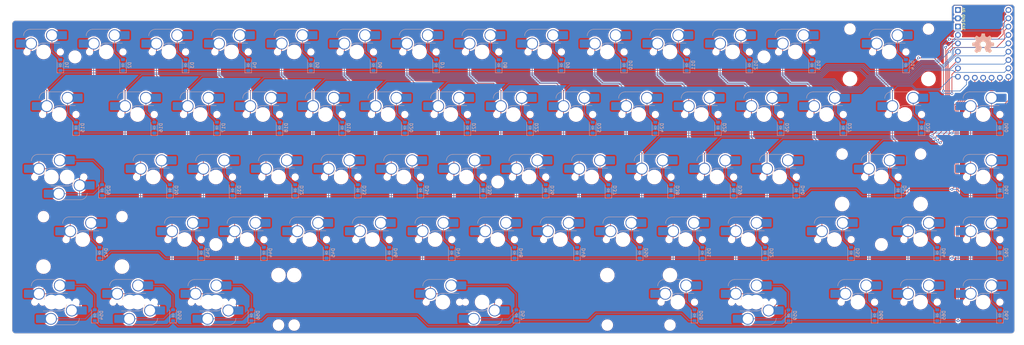
<source format=kicad_pcb>
(kicad_pcb (version 20221018) (generator pcbnew)
  (layers (0 "F.Cu" signal) (31 "B.Cu" signal) (34 "B.Paste" user) (35 "F.Paste" user) (36 "B.SilkS" user "B.Silkscreen") (37 "F.SilkS" user "F.Silkscreen") (38 "B.Mask" user) (39 "F.Mask" user) (44 "Edge.Cuts" user))
  (net 0 "")
  (net 1 "row0")
  (net 2 "Net-(D1-A)")
  (net 3 "Net-(D2-A)")
  (net 4 "Net-(D3-A)")
  (net 5 "Net-(D4-A)")
  (net 6 "Net-(D5-A)")
  (net 7 "Net-(D6-A)")
  (net 8 "Net-(D7-A)")
  (net 9 "Net-(D8-A)")
  (net 10 "Net-(D9-A)")
  (net 11 "Net-(D10-A)")
  (net 12 "Net-(D11-A)")
  (net 13 "Net-(D12-A)")
  (net 14 "Net-(D13-A)")
  (net 15 "Net-(D14-A)")
  (net 16 "row1")
  (net 17 "Net-(D15-A)")
  (net 18 "Net-(D16-A)")
  (net 19 "Net-(D17-A)")
  (net 20 "Net-(D18-A)")
  (net 21 "Net-(D19-A)")
  (net 22 "Net-(D20-A)")
  (net 23 "Net-(D21-A)")
  (net 24 "Net-(D22-A)")
  (net 25 "Net-(D23-A)")
  (net 26 "Net-(D24-A)")
  (net 27 "Net-(D25-A)")
  (net 28 "Net-(D26-A)")
  (net 29 "Net-(D27-A)")
  (net 30 "Net-(D28-A)")
  (net 31 "row2")
  (net 32 "Net-(D29-A)")
  (net 33 "Net-(D30-A)")
  (net 34 "Net-(D31-A)")
  (net 35 "Net-(D32-A)")
  (net 36 "Net-(D33-A)")
  (net 37 "Net-(D34-A)")
  (net 38 "Net-(D35-A)")
  (net 39 "Net-(D36-A)")
  (net 40 "Net-(D37-A)")
  (net 41 "Net-(D38-A)")
  (net 42 "Net-(D39-A)")
  (net 43 "Net-(D40-A)")
  (net 44 "Net-(D41-A)")
  (net 45 "row3")
  (net 46 "Net-(D42-A)")
  (net 47 "Net-(D43-A)")
  (net 48 "Net-(D44-A)")
  (net 49 "Net-(D45-A)")
  (net 50 "Net-(D46-A)")
  (net 51 "Net-(D47-A)")
  (net 52 "Net-(D48-A)")
  (net 53 "Net-(D49-A)")
  (net 54 "Net-(D50-A)")
  (net 55 "Net-(D51-A)")
  (net 56 "Net-(D52-A)")
  (net 57 "Net-(D53-A)")
  (net 58 "row4")
  (net 59 "Net-(D54-A)")
  (net 60 "Net-(D55-A)")
  (net 61 "Net-(D56-A)")
  (net 62 "Net-(D57-A)")
  (net 63 "Net-(D58-A)")
  (net 64 "Net-(D59-A)")
  (net 65 "Net-(D61-A)")
  (net 66 "Net-(D62-A)")
  (net 67 "Net-(D63-A)")
  (net 68 "Net-(D64-A)")
  (net 69 "Net-(D65-A)")
  (net 70 "Net-(D66-A)")
  (net 71 "Net-(D60-A)")
  (net 72 "col0")
  (net 73 "col1")
  (net 74 "col2")
  (net 75 "col3")
  (net 76 "col4")
  (net 77 "col5")
  (net 78 "col6")
  (net 79 "col7")
  (net 80 "col8")
  (net 81 "col9")
  (net 82 "col10")
  (net 83 "col11")
  (net 84 "col12")
  (net 85 "col13")
  (net 86 "col14")
  (net 87 "VCC")
  (net 88 "GND")
  (net 89 "+3V3")
  (footprint "DreaM117er-keebLibrary:SW_Hotswap_Kailh_MX_Plated_1.00u" (layer "F.Cu") (at 55.482 90.31)
    (fp_text reference "SW1")
    (fp_text value "K1")
  )
  (footprint "DreaM117er-keebLibrary:SW_Hotswap_Kailh_MX_Plated_1.00u" (layer "F.Cu") (at 231.696 147.46)
    (fp_text reference "SW50")
    (fp_text value "K50")
  )
  (footprint "DreaM117er-keebLibrary:SW_Hotswap_Kailh_MX_Plated_2.25u" (layer "F.Cu") (at 67.389 147.46)
    (fp_text reference "SW42")
    (fp_text value "K42")
  )
  (footprint "PCM_Mounting_Keyboard_Stabilizer:Stabilizer_Cherry_MX_7.00u" (layer "F.Cu") (at 188.834 166.51 180)
    (fp_text reference "stab4" hide)
    (fp_text value "7u" hide)
  )
  (footprint "MountingHole:MountingHole_3.5mm" (layer "F.Cu") (at 193.595 129.91)
    (fp_text reference "hole1" hide)
    (fp_text value "~" hide)
  )
  (footprint "DreaM117er-keebLibrary:SW_Hotswap_Kailh_MX_Plated_1.00u" (layer "F.Cu") (at 279.32 128.41)
    (fp_text reference "SW40")
    (fp_text value "K40")
  )
  (footprint "DreaM117er-keebLibrary:SW_Hotswap_Kailh_MX_Plated_1.00u" (layer "F.Cu") (at 217.408 109.36)
    (fp_text reference "SW23")
    (fp_text value "K23")
  )
  (footprint "DreaM117er-keebLibrary:SW_Hotswap_Kailh_MX_Plated_1.00u" (layer "F.Cu") (at 341.232 166.51)
    (fp_text reference "SW63")
    (fp_text value "K63")
  )
  (footprint "DreaM117er-keebLibrary:SW_Hotswap_Kailh_MX_Plated_1.75u" (layer "F.Cu") (at 62.626 128.41 180)
    (fp_text reference "SW29")
    (fp_text value "K29")
  )
  (footprint "DreaM117er-keebLibrary:SW_Hotswap_Kailh_MX_Plated_1.00u" (layer "F.Cu") (at 103.108 109.36)
    (fp_text reference "SW17")
    (fp_text value "K17")
  )
  (footprint "DreaM117er-keebLibrary:SW_Hotswap_Kailh_MX_Plated_1.00u" (layer "F.Cu") (at 117.396 147.46)
    (fp_text reference "SW44")
    (fp_text value "K44")
  )
  (footprint "DreaM117er-keebLibrary:SW_Hotswap_Kailh_MX_Plated_1.00u" (layer "F.Cu") (at 322.182 166.51)
    (fp_text reference "SW65")
    (fp_text value "K65")
  )
  (footprint "DreaM117er-keebLibrary:SW_Hotswap_Kailh_MX_Plated_1.00u" (layer "F.Cu") (at 260.27 128.41)
    (fp_text reference "SW39")
    (fp_text value "K39")
  )
  (footprint "DreaM117er-keebLibrary:SW_Hotswap_Kailh_MX_Plated_1.00u" (layer "F.Cu") (at 107.87 128.41)
    (fp_text reference "SW31")
    (fp_text value "K31")
  )
  (footprint "DreaM117er-keebLibrary:SW_Hotswap_Kailh_MX_Plated_7.00u" (layer "F.Cu") (at 188.834 166.51 180)
    (fp_text reference "SW71")
    (fp_text value "K57")
  )
  (footprint "DreaM117er-keebLibrary:SW_Hotswap_Kailh_MX_Plated_1.00u" (layer "F.Cu") (at 174.546 147.46)
    (fp_text reference "SW47")
    (fp_text value "K47")
  )
  (footprint "PCM_Mounting_Keyboard_Stabilizer:Stabilizer_Cherry_MX_2.00u" (layer "F.Cu") (at 312.657 90.31)
    (fp_text reference "stab2" hide)
    (fp_text value "2u" hide)
  )
  (footprint "DreaM117er-keebLibrary:SW_Hotswap_Kailh_MX_Plated_1.25u" (layer "F.Cu") (at 272.176 166.51 180)
    (fp_text reference "SW59")
    (fp_text value "K59")
  )
  (footprint "DreaM117er-keebLibrary:SW_Hotswap_Kailh_MX_Plated_1.25u" (layer "F.Cu") (at 57.864 128.41)
    (fp_text reference "SW67")
    (fp_text value "K29")
  )
  (footprint "DreaM117er-keebLibrary:SW_Hotswap_Kailh_MX_Plated_1.00u" (layer "F.Cu") (at 226.932 90.31)
    (fp_text reference "SW10")
    (fp_text value "K10")
  )
  (footprint "DreaM117er-keebLibrary:SW_Hotswap_Kailh_MX_Plated_1.00u" (layer "F.Cu") (at 131.682 90.31)
    (fp_text reference "SW5")
    (fp_text value "K5")
  )
  (footprint "DreaM117er-keebLibrary:SW_Hotswap_Kailh_MX_Plated_1.50u" (layer "F.Cu") (at 107.871 166.51 180)
    (fp_text reference "SW70")
    (fp_text value "K70")
  )
  (footprint "DreaM117er-keebLibrary:SW_Hotswap_Kailh_MX_Plated_1.25u" (layer "F.Cu") (at 248.364 166.51)
    (fp_text reference "SW58")
    (fp_text value "K58")
  )
  (footprint "DreaM117er-keebLibrary:SW_Hotswap_Kailh_MX_Plated_1.00u" (layer "F.Cu") (at 165.02 128.41)
    (fp_text reference "SW34")
    (fp_text value "K34")
  )
  (footprint "DreaM117er-keebLibrary:SW_Hotswap_Kailh_MX_Plated_1.25u" (layer "F.Cu") (at 105.49 166.51)
    (fp_text reference "SW56")
    (fp_text value "K56")
  )
  (footprint "DreaM117er-keebLibrary:SW_Hotswap_Kailh_MX_Plated_1.00u" (layer "F.Cu") (at 150.732 90.31)
    (fp_text reference "SW6")
    (fp_text value "K6")
  )
  (footprint "DreaM117er-keebLibrary:SW_Hotswap_Kailh_MX_Plated_1.00u" (layer "F.Cu") (at 222.17 128.41)
    (fp_text reference "SW37")
    (fp_text value "K37")
  )
  (footprint "DreaM117er-keebLibrary:SW_Hotswap_Kailh_MX_Plated_1.50u" (layer "F.Cu") (at 317.421 109.36)
    (fp_text reference "SW28")
    (fp_text value "K28")
  )
  (footprint "DreaM117er-keebLibrary:SW_Hotswap_Kailh_MX_Plated_1.00u" (layer "F.Cu") (at 93.582 90.31)
    (fp_text reference "SW3")
    (fp_text value "K3")
  )
  (footprint "MountingHole:MountingHole_3.5mm" (layer "F.Cu") (at 310.277 148.96)
    (fp_text reference "hole5" hide)
    (fp_text value "~" hide)
  )
  (footprint "DreaM117er-keebLibrary:SW_Hotswap_Kailh_MX_Plated_1.00u" (layer "F.Cu") (at 293.608 109.36)
    (fp_text reference "SW27")
    (fp_text value "K27")
  )
  (footprint "DreaM117er-keebLibrary:SW_Hotswap_Kailh_MX_Plated_1.00u" (layer "F.Cu") (at 136.446 147.46)
    (fp_text reference "SW45")
    (fp_text value "K45")
  )
  (footprint "DreaM117er-keebLibrary:SW_Hotswap_Kailh_MX_Plated_1.00u" (layer "F.Cu") (at 236.458 109.36)
    (fp_text reference "SW24")
    (fp_text value "K24")
  )
  (footprint "DreaM117er-keebLibrary:SW_Hotswap_Kailh_MX_Plated_1.00u" (layer "F.Cu") (at 112.632 90.31)
    (fp_text reference "SW4")
    (fp_text value "K4")
  )
  (footprint "DreaM117er-keebLibrary:SW_Hotswap_Kailh_MX_Plated_1.00u" (layer "F.Cu") (at 155.496 147.46)
    (fp_text reference "SW46")
    (fp_text value "K46")
  )
  (footprint "DreaM117er-keebLibrary:SW_Hotswap_Kailh_MX_Plated_1.00u" (layer "F.Cu") (at 245.982 90.31)
    (fp_text reference "SW11")
    (fp_text value "K11")
  )
  (footprint "DreaM117er-keebLibrary:SW_Hotswap_Kailh_MX_Plated_1.00u" (layer "F.Cu") (at 269.796 147.46)
    (fp_text reference "SW52")
    (fp_text value "K52")
  )
  (footprint "DreaM117er-keebLibrary:SW_Hotswap_Kailh_MX_Plated_1.00u" (layer "F.Cu") (at 169.782 90.31)
    (fp_text reference "SW7")
    (fp_text value "K7")
  )
  (footprint "DreaM117er-keebLibrary:SW_Hotswap_Kailh_MX_Plated_1.50u" (layer "F.Cu") (at 60.245 109.36)
    (fp_text reference "SW15")
    (fp_text value "K15")
  )
  (footprint "DreaM117er-keebLibrary:SW_Hotswap_Kailh_MX_Plated_1.00u" (layer "F.Cu") (at 212.646 147.46)
    (fp_text reference "SW49")
    (fp_text value "K49")
  )
  (footprint "Symbol:OSHW-Symbol_6.7x6mm_SilkScreen" (layer "F.Cu") (at 341.232 87.685)
    (fp_text reference "REF**" hide)
    (fp_text value "OSHW-Symbol_6.7x6mm_SilkScreen" hide)
  )
  (footprint "DreaM117er-keebLibrary:SW_Hotswap_Kailh_MX_Plated_1.00u" (layer "F.Cu") (at 255.508 109.36)
    (fp_text reference "SW25")
    (fp_text value "K25")
  )
  (footprint "DreaM117er-keebLibrary:SW_Hotswap_Kailh_MX_Plated_1.00u" (layer "F.Cu") (at 88.82 128.41)
    (fp_text reference "SW30")
    (fp_text value "K30")
  )
  (footprint "DreaM117er-keebLibrary:SW_Hotswap_Kailh_MX_Plated_1.50u" (layer "F.Cu") (at 60.245 166.51 180)
    (fp_text reference "SW68")
    (fp_text value "K54")
  )
  (footprint "DreaM117er-keebLibrary:MCU_RP2040SuperMini" (layer "F.Cu") (at 341.232 87.685)
    (fp_text reference "U1" hide)
    (fp_text value "RP2040SuperMini")
  )
  (footprint "MountingHole:MountingHole_3.5mm" (layer "F.Cu") (at 107.871 148.96)
    (fp_text reference "hole4" hide)
    (fp_text value "~" hide)
  )
  (footprint "DreaM117er-keebLibrary:SW_Hotswap_Kailh_MX_Plated_1.25u" (layer "F.Cu") (at 81.677 166.51)
    (fp_text reference "SW55")
    (fp_text value "K55")
  )
  (footprint "DreaM117er-keebLibrary:SW_Hotswap_Kailh_MX_Plated_1.00u" (layer "F.Cu") (at 84.058 166.51 180)
    (fp_text reference "SW69")
    (fp_text value "K69")
  )
  (footprint "DreaM117er-keebLibrary:SW_Hotswap_Kailh_MX_Plated_1.00u" (layer "F.Cu") (at 122.158 109.36)
    (fp_text reference "SW18")
    (fp_text value "K18")
  )
  (footprint "DreaM117er-keebLibrary:SW_Hotswap_Kailh_MX_Plated_1.75u" (layer "F.Cu") (at 295.99 147.46)
    (fp_text reference "SW53")
    (fp_text value "K53")
  )
  (footprint "DreaM117er-keebLibrary:SW_Hotswap_Kailh_MX_Plated_1.00u" (layer "F.Cu") (at 322.182 147.46)
    (fp_text reference "SW64")
    (fp_text value "K64")
  )
  (footprint "DreaM117er-keebLibrary:SW_Hotswap_Kailh_MX_Plated_1.00u" (layer "F.Cu") (at 274.558 109.36)
    (fp_text reference "SW26")
    (fp_text value "K26")
  )
  (footprint "PCM_Mounting_Keyboard_Stabilizer:Stabilizer_Cherry_MX_6.25u" (layer "F.Cu") (at 176.927 166.51 180)
    (fp_text reference "stab5" hide)
    (fp_text value "6.25u" hide)
  )
  (footprint "DreaM117er-keebLibrary:SW_Hotswap_Kailh_MX_Plated_1.00u" (layer "F.Cu") (at 341.232 128.41)
    (fp_text reference "SW61")
    (fp_text value "K61")
  )
  (footprint "PCM_Mounting_Keyboard_Stabilizer:Stabilizer_Cherry_MX_2.00u" (layer "F.Cu") (at 67.389 147.46)
    (fp_text reference "stab1" hide)
    (fp_text value "2u" hide)
  )
  (footprint "DreaM117er-keebLibrary:SW_Hotswap_Kailh_MX_Plated_1.00u" (layer "F.Cu") (at 341.232 147.46)
    (fp_text reference "SW62")
    (fp_text value "K62")
  )
  (footprint "DreaM117er-keebLibrary:SW_Hotswap_Kailh_MX_Plated_1.00u" (layer "F.Cu") (at 303.132 166.51)
    (fp_text reference "SW66")
    (fp_text value "K66")
  )
  (footprint "DreaM117er-keebLibrary:SW_Hotswap_Kailh_MX_Plated_1.00u" (layer "F.Cu") (at 160.258 109.36)
    (fp_text reference "SW20")
    (fp_text value "K20")
  )
  (footprint "DreaM117er-keebLibrary:SW_Hotswap_Kailh_MX_Plated_1.00u" (layer "F.Cu") (at 207.882 90.31)
    (fp_text reference "SW9")
    (fp_text value "K9")
  )
  (footprint "DreaM117er-keebLibrary:SW_Hotswap_Kailh_MX_Plated_1.00u" (layer "F.Cu") (at 203.12 128.41)
    (fp_text reference "SW36")
    (fp_text value "K36")
  )
  (footprint "DreaM117er-keebLibrary:SW_Hotswap_Kailh_MX_Plated_1.00u" (layer "F.Cu") (at 198.358 109.36)
    (fp_text reference "SW22")
    (fp_text value "K22")
  )
  (footprint "MountingHole:MountingHole_3.5mm" (layer "F.Cu") (at 274.557 91.81)
    (fp_text reference "hole3" hide)
    (fp_text value "~" hide)
  )
  (footprint "DreaM117er-keebLibrary:SW_Hotswap_Kailh_MX_Plated_1.00u" (layer "F.Cu") (at 241.22 128.41)
    (fp_text reference "SW38")
    (fp_text value "K38")
  )
  (footprint "DreaM117er-keebLibrary:SW_Hotswap_Kailh_MX_Plated_1.00u" (layer "F.Cu") (at 145.97 128.41)
    (fp_text reference "SW33")
    (fp_text value "K33")
  )
  (footprint "DreaM117er-keebLibrary:SW_Hotswap_Kailh_MX_Plated_6.25u" (layer "F.Cu") (at 176.927 166.51)
    (fp_text reference "SW57")
    (fp_text value "K57")
  )
  (footprint "DreaM117er-keebLibrary:SW_Hotswap_Kailh_MX_Plated_1.00u" (layer "F.Cu") (at 98.346 147.46)
    (fp_text reference "SW43")
    (fp_text value "K43")
  )
  (footprint "DreaM117er-keebLibrary:SW_Hotswap_Kailh_MX_Plated_1.00u" (layer "F.Cu") (at 184.07 128.41)
    (fp_text reference "SW35")
    (fp_text value "K35")
  )
  (footprint "DreaM117er-keebLibrary:SW_Hotswap_Kailh_MX_Plated_1.00u" (layer "F.Cu") (at 141.208 109.36)
    (fp_text reference "SW19")
    (fp_text value "K19")
  )
  (footprint "DreaM117er-keebLibrary:SW_Hotswap_Kailh_MX_Plated_1.00u" (layer "F.Cu") (at 84.058 109.36)
    (fp_text reference "SW16")
    (fp_text value "K16")
  )
  (footprint "DreaM117er-keebLibrary:SW_Hotswap_Kailh_MX_Plated_1.00u" (layer "F.Cu") (at 74.532 90.31)
    (fp_text reference "SW2")
    (fp_text value "K2")
  )
  (footprint "DreaM117er-keebLibrary:SW_Hotswap_Kailh_MX_Plated_1.00u" (layer "F.Cu") (at 179.308 109.36)
    (fp_text reference "SW21")
    (fp_text value "K21")
  )
  (footprint "PCM_Mounting_Keyboard_Stabilizer:Stabilizer_Cherry_MX_2.00u" (layer "F.Cu") (at 310.277 128.41)
    (fp_text reference "stab3" hide)
    (fp_text value "2u" hide)
  )
  (footprint "DreaM117er-keebLibrary:SW_Hotswap_Kailh_MX_Plated_1.50u" (layer "F.Cu") (at 269.797 166.51)
    (fp_text reference "SW72")
    (fp_text value "K59")
  )
  (footprint "DreaM117er-keebLibrary:SW_Hotswap_Kailh_MX_Plated_2.25u" (layer "F.Cu") (at 310.277 128.41)
    (fp_text reference "SW41")
    (fp_text value "K41")
  )
  (footprint "MountingHole:MountingHole_3.5mm" (layer "F.Cu") (at 65.007 91.81)
    (fp_text reference "hole2" hide)
    (fp_text value "~" hide)
  )
  (footprint "DreaM117er-keebLibrary:SW_Hotswap_Kailh_MX_Plated_1.00u" (layer "F.Cu") (at 193.596 147.46)
    (fp_text reference "SW48")
    (fp_text value "K48")
  )
  (footprint "DreaM117er-keebLibrary:SW_Hotswap_Kailh_MX_Plated_1.00u" (layer "F.Cu") (at 126.92 128.41)
    (fp_text reference "SW32")
    (fp_text value "K32")
  )
  (footprint "DreaM117er-keebLibrary:SW_Hotswap_Kailh_MX_Plated_1.25u" (layer "F.Cu") (at 57.864 166.51)
    (fp_text reference "SW54")
    (fp_text value "K54")
  )
  (footprint "DreaM117er-keebLibrary:SW_Hotswap_Kailh_MX_Plated_1.00u" (layer "F.Cu") (at 284.082 90.31)
    (fp_text reference "SW13")
    (fp_text value "K13")
  )
  (footprint "DreaM117er-keebLibrary:SW_Hotswap_Kailh_MX_Plated_1.00u" (layer "F.Cu") (at 265.032 90.31)
    (fp_text reference "SW12")
    (fp_text value "K12")
  )
  (footprint "DreaM117er-keebLibrary:SW_Hotswap_Kailh_MX_Plated_1.00u" (layer "F.Cu") (at 188.832 90.31)
    (fp_text reference "SW8")
    (fp_text value "K8")
  )
  (footprint "DreaM117er-keebLibrary:SW_Hotswap_Kailh_MX_Plated_1.00u" (layer "F.Cu") (at 341.232 109.36)
    (fp_text reference "SW60")
    (fp_text value "K60")
  )
  (footprint "DreaM117er-keebLibrary:SW_Hotswap_Kailh_MX_Plated_1.00u" (layer "F.Cu") (at 250.746 147.46)
    (fp_text reference "SW51")
    (fp_text value "K51")
  )
  (footprint "DreaM117er-keebLibrary:SW_Hotswap_Kailh_MX_Plated_2.00u" (layer "F.Cu") (at 312.657 90.31)
    (fp_text reference "SW14")
    (fp_text value "K14")
  )
  (footprint "DreaM117er-keebLibrary:D_SOD-123" (layer "B.Cu") (at 73.263 132.41 90)
    (fp_text reference "D29")
    (fp_text value "1N4148")
  )
  (footprint "DreaM117er-keebLibrary:D_SOD-123" (layer "B.Cu") (at 270.112 94.31 90)
    (fp_text reference "D12")
    (fp_text value "1N4148")
  )
  (footprint "DreaM117er-keebLibrary:D_SOD-123" (layer "B.Cu") (at 132 132.41 90)
    (fp_text reference "D32")
    (fp_text value "1N4148")
  )
  (footprint "DreaM117er-keebLibrary:D_SOD-123" (layer "B.Cu") (at 165.338 113.36 90)
    (fp_text reference "D20")
    (fp_text value "1N4148")
  )
  (footprint "DreaM117er-keebLibrary:D_SOD-123" (layer "B.Cu") (at 108.188 113.36 90)
    (fp_text reference "D17")
    (fp_text value "1N4148")
  )
  (footprint "DreaM117er-keebLibrary:D_SOD-123" (layer "B.Cu") (at 199.24 170.51 90)
    (fp_text reference "D57")
    (fp_text value "1N4148")
  )
  (footprint "DreaM117er-keebLibrary:D_SOD-123" (layer "B.Cu") (at 112.95 132.41 90)
    (fp_text reference "D31")
    (fp_text value "1N4148")
  )
  (footprint "DreaM117er-keebLibrary:D_SOD-123" (layer "B.Cu") (at 327.262 170.51 90)
    (fp_text reference "D65")
    (fp_text value "1N4148")
  )
  (footprint "DreaM117er-keebLibrary:D_SOD-123" (layer "B.Cu") (at 227.25 132.41 90)
    (fp_text reference "D37")
    (fp_text value "1N4148")
  )
  (footprint "DreaM117er-keebLibrary:D_SOD-123" (layer "B.Cu") (at 170.1 132.41 90)
    (fp_text reference "D34")
    (fp_text value "1N4148")
  )
  (footprint "DreaM117er-keebLibrary:D_SOD-123" (layer "B.Cu") (at 260.588 113.36 90)
    (fp_text reference "D25")
    (fp_text value "1N4148")
  )
  (footprint "DreaM117er-keebLibrary:D_SOD-123" (layer "B.Cu") (at 217.726 151.46 90)
    (fp_text reference "D49")
    (fp_text value "1N4148")
  )
  (footprint "DreaM117er-keebLibrary:D_SOD-123" (layer "B.Cu") (at 151.05 132.41 90)
    (fp_text reference "D33")
    (fp_text value "1N4148")
  )
  (footprint "DreaM117er-keebLibrary:D_SOD-123" (layer "B.Cu") (at 160.576 151.46 90)
    (fp_text reference "D46")
    (fp_text value "1N4148")
  )
  (footprint "DreaM117er-keebLibrary:D_SOD-123" (layer "B.Cu") (at 98.662 94.31 90)
    (fp_text reference "D3")
    (fp_text value "1N4148")
  )
  (footprint "DreaM117er-keebLibrary:D_SOD-123" (layer "B.Cu") (at 212.962 94.31 90)
    (fp_text reference "D9")
    (fp_text value "1N4148")
  )
  (footprint "DreaM117er-keebLibrary:D_SOD-123" (layer "B.Cu") (at 179.626 151.46 90)
    (fp_text reference "D47")
    (fp_text value "1N4148")
  )
  (footprint "DreaM117er-keebLibrary:D_SOD-123" (layer "B.Cu") (at 282.02 170.5325 90)
    (fp_text reference "D59")
    (fp_text value "1N4148")
  )
  (footprint "DreaM117er-keebLibrary:D_SOD-123" (layer "B.Cu") (at 65.325 113.36 90)
    (fp_text reference "D15")
    (fp_text value "1N4148")
  )
  (footprint "DreaM117er-keebLibrary:D_SOD-123" (layer "B.Cu") (at 94.853 170.51 90)
    (fp_text reference "D55")
    (fp_text value "1N4148")
  )
  (footprint "DreaM117er-keebLibrary:D_SOD-123" (layer "B.Cu") (at 265.35 132.41 90)
    (fp_text reference "D39")
    (fp_text value "1N4148")
  )
  (footprint "DreaM117er-keebLibrary:D_SOD-123" (layer "B.Cu") (at 155.812 94.31 90)
    (fp_text reference "D6")
    (fp_text value "1N4148")
  )
  (footprint "DreaM117er-keebLibrary:D_SOD-123" (layer "B.Cu") (at 189.15 132.41 90)
    (fp_text reference "D35")
    (fp_text value "1N4148")
  )
  (footprint "DreaM117er-keebLibrary:D_SOD-123" (layer "B.Cu") (at 308.212 170.51 90)
    (fp_text reference "D66")
    (fp_text value "1N4148")
  )
  (footprint "DreaM117er-keebLibrary:D_SOD-123" (layer "B.Cu") (at 141.526 151.46 90)
    (fp_text reference "D45")
    (fp_text value "1N4148")
  )
  (footprint "DreaM117er-keebLibrary:D_SOD-123" (layer "B.Cu") (at 255.826 151.46 90)
    (fp_text reference "D51")
    (fp_text value "1N4148")
  )
  (footprint "DreaM117er-keebLibrary:D_SOD-123" (layer "B.Cu") (at 103.426 151.46 90)
    (fp_text reference "D43")
    (fp_text value "1N4148")
  )
  (footprint "DreaM117er-keebLibrary:D_SOD-123" (layer "B.Cu") (at 274.876 151.46 90)
    (fp_text reference "D52")
    (fp_text value "1N4148")
  )
  (footprint "DreaM117er-keebLibrary:D_SOD-123" (layer "B.Cu") (at 79.612 94.31 90)
    (fp_text reference "D2")
    (fp_text value "1N4148")
  )
  (footprint "DreaM117er-keebLibrary:D_SOD-123" (layer "B.Cu") (at 222.488 113.36 90)
    (fp_text reference "D23")
    (fp_text value "1N4148")
  )
  (footprint "DreaM117er-keebLibrary:D_SOD-123" (layer "B.Cu") (at 193.912 94.31 90)
    (fp_text reference "D8")
    (fp_text value "1N4148")
  )
  (footprint "DreaM117er-keebLibrary:D_SOD-123" (layer "B.Cu") (at 203.438 113.36 90)
    (fp_text reference "D22")
    (fp_text value "1N4148")
  )
  (footprint "DreaM117er-keebLibrary:D_SOD-123" (layer "B.Cu") (at 236.776 151.46 90)
    (fp_text reference "D50")
    (fp_text value "1N4148")
  )
  (footprint "DreaM117er-keebLibrary:D_SOD-123" (layer "B.Cu") (at 346.312 170.51 90)
    (fp_text reference "D63")
    (fp_text value "1N4148")
  )
  (footprint "DreaM117er-keebLibrary:D_SOD-123" (layer "B.Cu") (at 289.162 94.31 90)
    (fp_text reference "D13")
    (fp_text value "1N4148")
  )
  (footprint "DreaM117er-keebLibrary:D_SOD-123" (layer "B.Cu") (at 279.638 113.36 90)
    (fp_text reference "D26")
    (fp_text value "1N4148")
  )
  (footprint "DreaM117er-keebLibrary:D_SOD-123" (layer "B.Cu") (at 232.012 94.31 90)
    (fp_text reference "D10")
    (fp_text value "1N4148")
  )
  (footprint "DreaM117er-keebLibrary:D_SOD-123" (layer "B.Cu") (at 346.312 132.41 90)
    (fp_text reference "D61")
    (fp_text value "1N4148")
  )
  (footprint "DreaM117er-keebLibrary:D_SOD-123" (layer "B.Cu") (at 60.562 94.31 90)
    (fp_text reference "D1")
    (fp_text value "1N4148")
  )
  (footprint "DreaM117er-keebLibrary:D_SOD-123" (layer "B.Cu") (at 118.6662 170.51 90)
    (fp_text reference "D56")
    (fp_text value "1N4148")
  )
  (footprint "DreaM117er-keebLibrary:D_SOD-123" (layer "B.Cu") (at 71.0403 170.51 90)
    (fp_text reference "D54")
    (fp_text value "1N4148")
  )
  (footprint "DreaM117er-keebLibrary:D_SOD-123" (layer "B.Cu") (at 253.444 170.51 90)
    (fp_text reference "D58")
    (fp_text value "1N4148")
  )
  (footprint "DreaM117er-keebLibrary:D_SOD-123" (layer "B.Cu") (at 298.688 113.36 90)
    (fp_text reference "D27")
    (fp_text value "1N4148")
  )
  (footprint "DreaM117er-keebLibrary:D_SOD-123" (layer "B.Cu") (at 208.2 132.41 90)
    (fp_text reference "D36")
    (fp_text value "1N4148")
  )
  (footprint "DreaM117er-keebLibrary:D_SOD-123" (layer "B.Cu") (at 322.501 113.36 90)
    (fp_text reference "D28")
    (fp_text value "1N4148")
  )
  (footprint "DreaM117er-keebLibrary:D_SOD-123" (layer "B.Cu") (at 122.476 151.46 90)
    (fp_text reference "D44")
    (fp_text value "1N4148")
  )
  (footprint "DreaM117er-keebLibrary:D_SOD-123" (layer "B.Cu") (at 117.712 94.31 90)
    (fp_text reference "D4")
    (fp_text value "1N4148")
  )
  (footprint "Symbol:OSHW-Symbol_6.7x6mm_SilkScreen" (layer "B.Cu") (at 341.232 87.685 180)
    (fp_text reference "REF**" hide)
    (fp_text value "OSHW-Symbol_6.7x6mm_SilkScreen" hide)
  )
  (footprint "DreaM117er-keebLibrary:D_SOD-123" (layer "B.Cu") (at 327.262 151.46 90)
    (fp_text reference "D64")
    (fp_text value "1N4148")
  )
  (footprint "DreaM117er-keebLibrary:D_SOD-123" (layer "B.Cu") (at 346.312 151.46 90)
    (fp_text reference "D62")
    (fp_text value "1N4148")
  )
  (footprint "DreaM117er-keebLibrary:D_SOD-123" (layer "B.Cu") (at 89.138 113.36 90)
    (fp_text reference "D16")
    (fp_text value "1N4148")
  )
  (footprint "DreaM117er-keebLibrary:D_SOD-123" (layer "B.Cu") (at 198.676 151.46 90)
    (fp_text reference "D48")
    (fp_text value "1N4148")
  )
  (footprint "DreaM117er-keebLibrary:D_SOD-123" (layer "B.Cu") (at 136.762 94.31 90)
    (fp_text reference "D5")
    (fp_text value "1N4148")
  )
  (footprint "DreaM117er-keebLibrary:D_SOD-123" (layer "B.Cu") (at 315.357 132.41 90)
    (fp_text reference "D41")
    (fp_text value "1N4148")
  )
  (footprint "DreaM117er-keebLibrary:D_SOD-123" (layer "B.Cu") (at 317.737 94.31 90)
    (fp_text reference "D14")
    (fp_text value "1N4148")
  )
  (footprint "DreaM117er-keebLibrary:D_SOD-123" (layer "B.Cu") (at 251.062 94.31 90)
    (fp_text reference "D11")
    (fp_text value "1N4148")
  )
  (footprint "DreaM117er-keebLibrary:D_SOD-123" (layer "B.Cu") (at 127.238 113.36 90)
    (fp_text reference "D18")
    (fp_text value "1N4148")
  )
  (footprint "DreaM117er-keebLibrary:D_SOD-123" (layer "B.Cu") (at 93.9 132.41 90)
    (fp_text reference "D30")
    (fp_text value "1N4148")
  )
  (footprint "DreaM117er-keebLibrary:D_SOD-123" (layer "B.Cu") (at 284.4 132.41 90)
    (fp_text reference "D40")
    (fp_text value "1N4148")
  )
  (footprint "DreaM117er-keebLibrary:D_SOD-123" (layer "B.Cu") (at 184.388 113.36 90)
    (fp_text reference "D21")
    (fp_text value "1N4148")
  )
  (footprint "DreaM117er-keebLibrary:D_SOD-123" (layer "B.Cu") (at 174.862 94.31 90)
    (fp_text reference "D7")
    (fp_text value "1N4148")
  )
  (footprint "DreaM117er-keebLibrary:D_SOD-123" (layer "B.Cu") (at 346.312 113.36 90)
    (fp_text reference "D60")
    (fp_text value "1N4148")
  )
  (footprint "DreaM117er-keebLibrary:D_SOD-123" (layer "B.Cu") (at 146.288 113.36 90)
    (fp_text reference "D19")
    (fp_text value "1N4148")
  )
  (footprint "DreaM117er-keebLibrary:D_SOD-123" (layer "B.Cu") (at 246.3 132.41 90)
    (fp_text reference "D38")
    (fp_text value "1N4148")
  )
  (footprint "DreaM117er-keebLibrary:D_SOD-123" (layer "B.Cu") (at 301.07 151.46 90)
    (fp_text reference "D53")
    (fp_text value "1N4148")
  )
  (footprint "DreaM117er-keebLibrary:D_SOD-123" (layer "B.Cu") (at 241.538 113.36 90)
    (fp_text reference "D24")
    (fp_text value "1N4148")
  )
  (footprint "DreaM117er-keebLibrary:D_SOD-123" (layer "B.Cu") (at 72.469 151.46 90)
    (fp_text reference "D42")
    (fp_text value "1N4148")
  )
  (gr_line (start 349.757 176.035) (end 46.957 176.035) (stroke (width 0.1)) (layer "Edge.Cuts"))
  (gr_line (start 331.707 80.785) (end 46.957 80.785) (stroke (width 0.1)) (layer "Edge.Cuts"))
  (gr_arc (start 45.957 81.785) (mid 46.249893 81.077893) (end 46.957 80.785) (stroke (width 0.1)) (layer "Edge.Cuts"))
  (gr_line (start 350.757 76.515) (end 350.757 175.035) (stroke (width 0.1)) (layer "Edge.Cuts"))
  (gr_arc (start 46.957 176.035) (mid 46.249893 175.742107) (end 45.957 175.035) (stroke (width 0.1)) (layer "Edge.Cuts"))
  (gr_line (start 331.707 76.515) (end 331.707 80.785) (stroke (width 0.1)) (layer "Edge.Cuts"))
  (gr_line (start 331.707 76.515) (end 332.287 75.935) (stroke (width 0.1)) (layer "Edge.Cuts"))
  (gr_arc (start 350.757 175.035) (mid 350.464107 175.742107) (end 349.757 176.035) (stroke (width 0.1)) (layer "Edge.Cuts"))
  (gr_line (start 350.757 76.515) (end 350.177 75.935) (stroke (width 0.1)) (layer "Edge.Cuts"))
  (gr_line (start 45.957 81.785) (end 45.957 175.035) (stroke (width 0.1)) (layer "Edge.Cuts"))
  (gr_line (start 350.177 75.935) (end 332.287 75.935) (stroke (width 0.1)) (layer "Edge.Cuts"))
  (segment (start 329.1105 94.9205) (end 329.1105 102.2) (width 0.2) (layer "F.Cu") (net 1))
  (segment (start 321.5615 92.1355) (end 326.3255 92.1355) (width 0.2) (layer "F.Cu") (net 1))
  (segment (start 326.3255 92.1355) (end 329.1105 94.9205) (width 0.2) (layer "F.Cu") (net 1))
  (via (at 321.5615 92.1355) (size 0.8) (drill 0.4) (layers "F.Cu" "B.Cu") (net 1))
  (via (at 329.1105 102.2) (size 0.8) (drill 0.4) (layers "F.Cu" "B.Cu") (net 1))
  (segment (start 289.162 95.96) (end 291.85 95.96) (width 0.2) (layer "B.Cu") (net 1))
  (segment (start 306.71 95.96) (end 317.737 95.96) (width 0.2) (layer "B.Cu") (net 1))
  (segment (start 334.22 102.2) (end 336.152 100.268) (width 0.2) (layer "B.Cu") (net 1))
  (segment (start 60.562 95.96) (end 289.162 95.96) (width 0.2) (layer "B.Cu") (net 1))
  (segment (start 321.5615 92.1355) (end 317.737 95.96) (width 0.2) (layer "B.Cu") (net 1))
  (segment (start 329.1105 102.2) (end 334.22 102.2) (width 0.2) (layer "B.Cu") (net 1))
  (segment (start 291.85 95.96) (end 293.61 94.2) (width 0.2) (layer "B.Cu") (net 1))
  (segment (start 293.61 94.2) (end 304.95 94.2) (width 0.2) (layer "B.Cu") (net 1))
  (segment (start 336.152 100.268) (end 336.152 98.165) (width 0.2) (layer "B.Cu") (net 1))
  (segment (start 304.95 94.2) (end 306.71 95.96) (width 0.2) (layer "B.Cu") (net 1))
  (segment (start 60.562 92.66) (end 58.022 90.12) (width 0.2) (layer "B.Cu") (net 2))
  (segment (start 58.022 90.12) (end 58.022 85.23) (width 0.2) (layer "B.Cu") (net 2))
  (segment (start 77.072 90.12) (end 77.072 85.23) (width 0.2) (layer "B.Cu") (net 3))
  (segment (start 79.612 92.66) (end 77.072 90.12) (width 0.2) (layer "B.Cu") (net 3))
  (segment (start 96.122 90.12) (end 96.122 85.23) (width 0.2) (layer "B.Cu") (net 4))
  (segment (start 98.662 92.66) (end 96.122 90.12) (width 0.2) (layer "B.Cu") (net 4))
  (segment (start 117.712 92.66) (end 115.172 90.12) (width 0.2) (layer "B.Cu") (net 5))
  (segment (start 115.172 90.12) (end 115.172 85.23) (width 0.2) (layer "B.Cu") (net 5))
  (segment (start 134.222 90.12) (end 134.222 85.23) (width 0.2) (layer "B.Cu") (net 6))
  (segment (start 136.762 92.66) (end 134.222 90.12) (width 0.2) (layer "B.Cu") (net 6))
  (segment (start 155.812 92.66) (end 153.272 90.12) (width 0.2) (layer "B.Cu") (net 7))
  (segment (start 153.272 90.12) (end 153.272 85.23) (width 0.2) (layer "B.Cu") (net 7))
  (segment (start 172.322 90.12) (end 172.322 85.23) (width 0.2) (layer "B.Cu") (net 8))
  (segment (start 174.862 92.66) (end 172.322 90.12) (width 0.2) (layer "B.Cu") (net 8))
  (segment (start 191.372 90.12) (end 191.372 85.23) (width 0.2) (layer "B.Cu") (net 9))
  (segment (start 193.912 92.66) (end 191.372 90.12) (width 0.2) (layer "B.Cu") (net 9))
  (segment (start 210.422 90.12) (end 210.422 85.23) (width 0.2) (layer "B.Cu") (net 10))
  (segment (start 212.962 92.66) (end 210.422 90.12) (width 0.2) (layer "B.Cu") (net 10))
  (segment (start 229.472 90.12) (end 229.472 85.23) (width 0.2) (layer "B.Cu") (net 11))
  (segment (start 232.012 92.66) (end 229.472 90.12) (width 0.2) (layer "B.Cu") (net 11))
  (segment (start 251.062 92.66) (end 248.522 90.12) (width 0.2) (layer "B.Cu") (net 12))
  (segment (start 248.522 90.12) (end 248.522 85.23) (width 0.2) (layer "B.Cu") (net 12))
  (segment (start 270.112 92.66) (end 267.572 90.12) (width 0.2) (layer "B.Cu") (net 13))
  (segment (start 267.572 90.12) (end 267.572 85.23) (width 0.2) (layer "B.Cu") (net 13))
  (segment (start 286.622 90.12) (end 286.622 85.23) (width 0.2) (layer "B.Cu") (net 14))
  (segment (start 289.162 92.66) (end 286.622 90.12) (width 0.2) (layer "B.Cu") (net 14))
  (segment (start 315.197 90.12) (end 315.197 85.23) (width 0.2) (layer "B.Cu") (net 15))
  (segment (start 317.737 92.66) (end 315.197 90.12) (width 0.2) (layer "B.Cu") (net 15))
  (segment (start 338.692 100.278812) (end 338.692 98.165) (width 0.2) (layer "F.Cu") (net 16))
  (segment (start 332.26 114.46) (end 332.26 106.710812) (width 0.2) (layer "F.Cu") (net 16))
  (segment (start 332.26 106.710812) (end 338.692 100.278812) (width 0.2) (layer "F.Cu") (net 16))
  (segment (start 331.71 115.01) (end 332.26 114.46) (width 0.2) (layer "F.Cu") (net 16))
  (via (at 331.71 115.01) (size 0.8) (drill 0.4) (layers "F.Cu" "B.Cu") (net 16))
  (segment (start 65.325 115.01) (end 346.312 115.01) (width 0.2) (layer "B.Cu") (net 16))
  (segment (start 65.325 111.71) (end 62.785 109.17) (width 0.2) (layer "B.Cu") (net 17))
  (segment (start 62.785 109.17) (end 62.785 104.28) (width 0.2) (layer "B.Cu") (net 17))
  (segment (start 89.138 111.127767) (end 86.598 108.587767) (width 0.2) (layer "B.Cu") (net 18))
  (segment (start 89.138 111.71) (end 89.138 111.127767) (width 0.2) (layer "B.Cu") (net 18))
  (segment (start 86.598 108.587767) (end 86.598 104.28) (width 0.2) (layer "B.Cu") (net 18))
  (segment (start 105.648 109.17) (end 105.648 104.28) (width 0.2) (layer "B.Cu") (net 19))
  (segment (start 108.188 111.71) (end 105.648 109.17) (width 0.2) (layer "B.Cu") (net 19))
  (segment (start 127.238 111.71) (end 124.698 109.17) (width 0.2) (layer "B.Cu") (net 20))
  (segment (start 124.698 109.17) (end 124.698 104.28) (width 0.2) (layer "B.Cu") (net 20))
  (segment (start 143.748 109.17) (end 143.748 104.28) (width 0.2) (layer "B.Cu") (net 21))
  (segment (start 146.288 111.71) (end 143.748 109.17) (width 0.2) (layer "B.Cu") (net 21))
  (segment (start 165.338 111.71) (end 162.798 109.17) (width 0.2) (layer "B.Cu") (net 22))
  (segment (start 162.798 109.17) (end 162.798 104.28) (width 0.2) (layer "B.Cu") (net 22))
  (segment (start 181.848 109.17) (end 181.848 104.28) (width 0.2) (layer "B.Cu") (net 23))
  (segment (start 184.388 111.71) (end 181.848 109.17) (width 0.2) (layer "B.Cu") (net 23))
  (segment (start 203.438 111.71) (end 200.898 109.17) (width 0.2) (layer "B.Cu") (net 24))
  (segment (start 200.898 109.17) (end 200.898 104.28) (width 0.2) (layer "B.Cu") (net 24))
  (segment (start 222.488 111.71) (end 219.948 109.17) (width 0.2) (layer "B.Cu") (net 25))
  (segment (start 219.948 109.17) (end 219.948 104.28) (width 0.2) (layer "B.Cu") (net 25))
  (segment (start 238.998 109.17) (end 238.998 104.28) (width 0.2) (layer "B.Cu") (net 26))
  (segment (start 241.538 111.71) (end 238.998 109.17) (width 0.2) (layer "B.Cu") (net 26))
  (segment (start 258.048 109.17) (end 258.048 104.28) (width 0.2) (layer "B.Cu") (net 27))
  (segment (start 260.588 111.71) (end 258.048 109.17) (width 0.2) (layer "B.Cu") (net 27))
  (segment (start 277.098 109.17) (end 277.098 104.28) (width 0.2) (layer "B.Cu") (net 28))
  (segment (start 279.638 111.71) (end 277.098 109.17) (width 0.2) (layer "B.Cu") (net 28))
  (segment (start 298.688 111.71) (end 296.148 109.17) (width 0.2) (layer "B.Cu") (net 29))
  (segment (start 296.148 109.17) (end 296.148 104.28) (width 0.2) (layer "B.Cu") (net 29))
  (segment (start 319.961 109.17) (end 319.961 104.28) (width 0.2) (layer "B.Cu") (net 30))
  (segment (start 322.501 111.71) (end 319.961 109.17) (width 0.2) (layer "B.Cu") (net 30))
  (segment (start 337.89 103.67) (end 341.232 100.328) (width 0.2) (layer "F.Cu") (net 31))
  (segment (start 332.71 131.15) (end 332.71 106.897208) (width 0.2) (layer "F.Cu") (net 31))
  (segment (start 341.232 100.328) (end 341.232 98.165) (width 0.2) (layer "F.Cu") (net 31))
  (segment (start 335.937208 103.67) (end 337.89 103.67) (width 0.2) (layer "F.Cu") (net 31))
  (segment (start 331.7 132.16) (end 332.71 131.15) (width 0.2) (layer "F.Cu") (net 31))
  (segment (start 332.71 106.897208) (end 335.937208 103.67) (width 0.2) (layer "F.Cu") (net 31))
  (via (at 331.7 132.16) (size 0.8) (drill 0.4) (layers "F.Cu" "B.Cu") (net 31))
  (segment (start 315.357 134.06) (end 316.93 134.06) (width 0.2) (layer "B.Cu") (net 31))
  (segment (start 288.84 132.13) (end 302.58 132.13) (width 0.2) (layer "B.Cu") (net 31))
  (segment (start 286.91 134.06) (end 288.84 132.13) (width 0.2) (layer "B.Cu") (net 31))
  (segment (start 318.83 132.16) (end 333.43 132.16) (width 0.2) (layer "B.Cu") (net 31))
  (segment (start 304.51 134.06) (end 315.357 134.06) (width 0.2) (layer "B.Cu") (net 31))
  (segment (start 73.263 134.06) (end 284.4 134.06) (width 0.2) (layer "B.Cu") (net 31))
  (segment (start 284.4 134.06) (end 286.91 134.06) (width 0.2) (layer "B.Cu") (net 31))
  (segment (start 333.43 132.16) (end 335.33 134.06) (width 0.2) (layer "B.Cu") (net 31))
  (segment (start 335.33 134.06) (end 346.312 134.06) (width 0.2) (layer "B.Cu") (net 31))
  (segment (start 316.93 134.06) (end 318.83 132.16) (width 0.2) (layer "B.Cu") (net 31))
  (segment (start 302.58 132.13) (end 304.51 134.06) (width 0.2) (layer "B.Cu") (net 31))
  (segment (start 60.404 123.33) (end 70.53 123.33) (width 0.2) (layer "B.Cu") (net 32))
  (segment (start 70.53 123.33) (end 73.263 126.063) (width 0.2) (layer "B.Cu") (net 32))
  (segment (start 60.086 133.49) (end 70.533 133.49) (width 0.2) (layer "B.Cu") (net 32))
  (segment (start 73.263 126.063) (end 73.263 130.76) (width 0.2) (layer "B.Cu") (net 32))
  (segment (start 70.533 133.49) (end 73.263 130.76) (width 0.2) (layer "B.Cu") (net 32))
  (segment (start 93.9 130.76) (end 91.36 128.22) (width 0.2) (layer "B.Cu") (net 33))
  (segment (start 91.36 128.22) (end 91.36 123.33) (width 0.2) (layer "B.Cu") (net 33))
  (segment (start 110.41 127.637767) (end 110.41 123.33) (width 0.2) (layer "B.Cu") (net 34))
  (segment (start 112.95 130.177767) (end 110.41 127.637767) (width 0.2) (layer "B.Cu") (net 34))
  (segment (start 112.95 130.76) (end 112.95 130.177767) (width 0.2) (layer "B.Cu") (net 34))
  (segment (start 129.46 128.22) (end 129.46 123.33) (width 0.2) (layer "B.Cu") (net 35))
  (segment (start 132 130.76) (end 129.46 128.22) (width 0.2) (layer "B.Cu") (net 35))
  (segment (start 148.51 128.22) (end 148.51 123.33) (width 0.2) (layer "B.Cu") (net 36))
  (segment (start 151.05 130.76) (end 148.51 128.22) (width 0.2) (layer "B.Cu") (net 36))
  (segment (start 170.1 130.76) (end 167.56 128.22) (width 0.2) (layer "B.Cu") (net 37))
  (segment (start 167.56 128.22) (end 167.56 123.33) (width 0.2) (layer "B.Cu") (net 37))
  (segment (start 186.61 128.22) (end 186.61 123.33) (width 0.2) (layer "B.Cu") (net 38))
  (segment (start 189.15 130.76) (end 186.61 128.22) (width 0.2) (layer "B.Cu") (net 38))
  (segment (start 208.2 130.76) (end 205.66 128.22) (width 0.2) (layer "B.Cu") (net 39))
  (segment (start 205.66 128.22) (end 205.66 123.33) (width 0.2) (layer "B.Cu") (net 39))
  (segment (start 227.25 130.76) (end 224.71 128.22) (width 0.2) (layer "B.Cu") (net 40))
  (segment (start 224.71 128.22) (end 224.71 123.33) (width 0.2) (layer "B.Cu") (net 40))
  (segment (start 246.3 130.76) (end 243.76 128.22) (width 0.2) (layer "B.Cu") (net 41))
  (segment (start 243.76 128.22) (end 243.76 123.33) (width 0.2) (layer "B.Cu") (net 41))
  (segment (start 262.81 128.22) (end 262.81 123.33) (width 0.2) (layer "B.Cu") (net 42))
  (segment (start 265.35 130.76) (end 262.81 128.22) (width 0.2) (layer "B.Cu") (net 42))
  (segment (start 284.4 130.76) (end 281.86 128.22) (width 0.2) (layer "B.Cu") (net 43))
  (segment (start 281.86 128.22) (end 281.86 123.33) (width 0.2) (layer "B.Cu") (net 43))
  (segment (start 315.357 130.76) (end 312.817 128.22) (width 0.2) (layer "B.Cu") (net 44))
  (segment (start 312.817 128.22) (end 312.817 123.33) (width 0.2) (layer "B.Cu") (net 44))
  (segment (start 333.16 107.083604) (end 336.123604 104.12) (width 0.2) (layer "F.Cu") (net 45))
  (segment (start 333.16 151.66) (end 333.16 107.083604) (width 0.2) (layer "F.Cu") (net 45))
  (segment (start 336.123604 104.12) (end 338.087 104.12) (width 0.2) (layer "F.Cu") (net 45))
  (segment (start 342.39 101.71) (end 343.772 100.328) (width 0.2) (layer "F.Cu") (net 45))
  (segment (start 338.087 104.12) (end 340.497001 101.71) (width 0.2) (layer "F.Cu") (net 45))
  (segment (start 331.71 153.11) (end 333.16 151.66) (width 0.2) (layer "F.Cu") (net 45))
  (segment (start 340.497001 101.71) (end 342.39 101.71) (width 0.2) (layer "F.Cu") (net 45))
  (segment (start 343.772 100.328) (end 343.772 98.165) (width 0.2) (layer "F.Cu") (net 45))
  (via (at 331.71 153.11) (size 0.8) (drill 0.4) (layers "F.Cu" "B.Cu") (net 45))
  (segment (start 103.426 153.11) (end 346.312 153.11) (width 0.2) (layer "B.Cu") (net 45))
  (segment (start 92.48 153.11) (end 103.426 153.11) (width 0.2) (layer "B.Cu") (net 45))
  (segment (start 74.02 153.11) (end 75.95 151.18) (width 0.2) (layer "B.Cu") (net 45))
  (segment (start 75.95 151.18) (end 90.55 151.18) (width 0.2) (layer "B.Cu") (net 45))
  (segment (start 90.55 151.18) (end 92.48 153.11) (width 0.2) (layer "B.Cu") (net 45))
  (segment (start 72.469 153.11) (end 74.02 153.11) (width 0.2) (layer "B.Cu") (net 45))
  (segment (start 72.469 149.81) (end 69.929 147.27) (width 0.2) (layer "B.Cu") (net 46))
  (segment (start 69.929 147.27) (end 69.929 142.38) (width 0.2) (layer "B.Cu") (net 46))
  (segment (start 100.886 147.27) (end 100.886 142.38) (width 0.2) (layer "B.Cu") (net 47))
  (segment (start 103.426 149.81) (end 100.886 147.27) (width 0.2) (layer "B.Cu") (net 47))
  (segment (start 122.476 149.81) (end 119.936 147.27) (width 0.2) (layer "B.Cu") (net 48))
  (segment (start 119.936 147.27) (end 119.936 142.38) (width 0.2) (layer "B.Cu") (net 48))
  (segment (start 138.986 147.27) (end 138.986 142.38) (width 0.2) (layer "B.Cu") (net 49))
  (segment (start 141.526 149.81) (end 138.986 147.27) (width 0.2) (layer "B.Cu") (net 49))
  (segment (start 158.036 147.27) (end 158.036 142.38) (width 0.2) (layer "B.Cu") (net 50))
  (segment (start 160.576 149.81) (end 158.036 147.27) (width 0.2) (layer "B.Cu") (net 50))
  (segment (start 177.086 147.27) (end 177.086 142.38) (width 0.2) (layer "B.Cu") (net 51))
  (segment (start 179.626 149.81) (end 177.086 147.27) (width 0.2) (layer "B.Cu") (net 51))
  (segment (start 198.676 149.81) (end 196.136 147.27) (width 0.2) (layer "B.Cu") (net 52))
  (segment (start 196.136 147.27) (end 196.136 142.38) (width 0.2) (layer "B.Cu") (net 52))
  (segment (start 217.726 149.81) (end 215.186 147.27) (width 0.2) (layer "B.Cu") (net 53))
  (segment (start 215.186 147.27) (end 215.186 142.38) (width 0.2) (layer "B.Cu") (net 53))
  (segment (start 236.776 149.81) (end 234.236 147.27) (width 0.2) (layer "B.Cu") (net 54))
  (segment (start 234.236 147.27) (end 234.236 142.38) (width 0.2) (layer "B.Cu") (net 54))
  (segment (start 255.826 149.81) (end 253.286 147.27) (width 0.2) (layer "B.Cu") (net 55))
  (segment (start 253.286 147.27) (end 253.286 142.38) (width 0.2) (layer "B.Cu") (net 55))
  (segment (start 272.336 147.27) (end 272.336 142.38) (width 0.2) (layer "B.Cu") (net 56))
  (segment (start 274.876 149.81) (end 272.336 147.27) (width 0.2) (layer "B.Cu") (net 56))
  (segment (start 301.07 149.81) (end 298.53 147.27) (width 0.2) (layer "B.Cu") (net 57))
  (segment (start 298.53 147.27) (end 298.53 142.38) (width 0.2) (layer "B.Cu") (net 57))
  (segment (start 333.61 172.1825) (end 333.61 107.27) (width 0.2) (layer "F.Cu") (net 58))
  (segment (start 338.202686 104.57) (end 340.662686 102.11) (width 0.2) (layer "F.Cu") (net 58))
  (segment (start 336.31 104.57) (end 338.202686 104.57) (width 0.2) (layer "F.Cu") (net 58))
  (segment (start 333.61 107.27) (end 336.31 104.57) (width 0.2) (layer "F.Cu") (net 58))
  (segment (start 346.312 100.338) (end 346.312 98.165) (width 0.2) (layer "F.Cu") (net 58))
  (segment (start 340.662686 102.11) (end 344.54 102.11) (width 0.2) (layer "F.Cu") (net 58))
  (segment (start 344.54 102.11) (end 346.312 100.338) (width 0.2) (layer "F.Cu") (net 58))
  (via (at 333.61 172.1825) (size 0.8) (drill 0.4) (layers "F.Cu" "B.Cu") (net 58))
  (segment (start 123.45 170.46) (end 169.12 170.46) (width 0.2) (layer "B.Cu") (net 58))
  (segment (start 197.685 173.715) (end 199.24 172.16) (width 0.2) (layer "B.Cu") (net 58))
  (segment (start 117.1112 173.715) (end 118.6662 172.16) (width 0.2) (layer "B.Cu") (net 58))
  (segment (start 118.6662 172.16) (end 121.75 172.16) (width 0.2) (layer "B.Cu") (net 58))
  (segment (start 169.12 170.46) (end 172.375 173.715) (width 0.2) (layer "B.Cu") (net 58))
  (segment (start 333.61 172.1825) (end 346.2895 172.1825) (width 0.2) (layer "B.Cu") (net 58))
  (segment (start 93.298 173.715) (end 94.853 172.16) (width 0.2) (layer "B.Cu") (net 58))
  (segment (start 253.444 172.16) (end 254.999 173.715) (width 0.2) (layer "B.Cu") (net 58))
  (segment (start 254.999 173.715) (end 280.4875 173.715) (width 0.2) (layer "B.Cu") (net 58))
  (segment (start 199.24 172.16) (end 221.17 172.16) (width 0.2) (layer "B.Cu") (net 58))
  (segment (start 251.73 172.16) (end 253.444 172.16) (width 0.2) (layer "B.Cu") (net 58))
  (segment (start 280.4875 173.715) (end 282.02 172.1825) (width 0.2) (layer "B.Cu") (net 58))
  (segment (start 282.02 172.1825) (end 333.61 172.1825) (width 0.2) (layer "B.Cu") (net 58))
  (segment (start 72.5953 173.715) (end 93.298 173.715) (width 0.2) (layer "B.Cu") (net 58))
  (segment (start 223.45 169.88) (end 249.45 169.88) (width 0.2) (layer "B.Cu") (net 58))
  (segment (start 346.2895 172.1825) (end 346.312 172.16) (width 0.2) (layer "B.Cu") (net 58))
  (segment (start 121.75 172.16) (end 123.45 170.46) (width 0.2) (layer "B.Cu") (net 58))
  (segment (start 94.853 172.16) (end 96.408 173.715) (width 0.2) (layer "B.Cu") (net 58))
  (segment (start 96.408 173.715) (end 117.1112 173.715) (width 0.2) (layer "B.Cu") (net 58))
  (segment (start 71.0403 172.16) (end 72.5953 173.715) (width 0.2) (layer "B.Cu") (net 58))
  (segment (start 172.375 173.715) (end 197.685 173.715) (width 0.2) (layer "B.Cu") (net 58))
  (segment (start 249.45 169.88) (end 251.73 172.16) (width 0.2) (layer "B.Cu") (net 58))
  (segment (start 221.17 172.16) (end 223.45 169.88) (width 0.2) (layer "B.Cu") (net 58))
  (segment (start 68.15 171.59) (end 70.88 168.86) (width 0.2) (layer "B.Cu") (net 59))
  (segment (start 71.0403 164.3303) (end 71.0403 168.86) (width 0.2) (layer "B.Cu") (net 59))
  (segment (start 70.88 168.86) (end 71.0403 168.86) (width 0.2) (layer "B.Cu") (net 59))
  (segment (start 60.404 161.43) (end 68.14 161.43) (width 0.2) (layer "B.Cu") (net 59))
  (segment (start 57.705 171.59) (end 68.15 171.59) (width 0.2) (layer "B.Cu") (net 59))
  (segment (start 68.14 161.43) (end 71.0403 164.3303) (width 0.2) (layer "B.Cu") (net 59))
  (segment (start 94.853 164.323) (end 94.853 168.86) (width 0.2) (layer "B.Cu") (net 60))
  (segment (start 91.95 171.59) (end 94.68 168.86) (width 0.2) (layer "B.Cu") (net 60))
  (segment (start 84.217 161.43) (end 91.96 161.43) (width 0.2) (layer "B.Cu") (net 60))
  (segment (start 81.518 171.59) (end 91.95 171.59) (width 0.2) (layer "B.Cu") (net 60))
  (segment (start 94.68 168.86) (end 94.853 168.86) (width 0.2) (layer "B.Cu") (net 60))
  (segment (start 91.96 161.43) (end 94.853 164.323) (width 0.2) (layer "B.Cu") (net 60))
  (segment (start 118.6662 164.3162) (end 118.6662 168.86) (width 0.2) (layer "B.Cu") (net 61))
  (segment (start 115.77 171.59) (end 118.5 168.86) (width 0.2) (layer "B.Cu") (net 61))
  (segment (start 105.331 171.59) (end 115.77 171.59) (width 0.2) (layer "B.Cu") (net 61))
  (segment (start 115.78 161.43) (end 118.6662 164.3162) (width 0.2) (layer "B.Cu") (net 61))
  (segment (start 108.03 161.43) (end 115.78 161.43) (width 0.2) (layer "B.Cu") (net 61))
  (segment (start 118.5 168.86) (end 118.6662 168.86) (width 0.2) (layer "B.Cu") (net 61))
  (segment (start 196.73 171.59) (end 199.24 169.08) (width 0.2) (layer "B.Cu") (net 62))
  (segment (start 179.467 161.43) (end 196.74 161.43) (width 0.2) (layer "B.Cu") (net 62))
  (segment (start 186.294 171.59) (end 196.73 171.59) (width 0.2) (layer "B.Cu") (net 62))
  (segment (start 199.24 169.08) (end 199.24 168.86) (width 0.2) (layer "B.Cu") (net 62))
  (segment (start 199.24 163.93) (end 199.24 168.86) (width 0.2) (layer "B.Cu") (net 62))
  (segment (start 196.74 161.43) (end 199.24 163.93) (width 0.2) (layer "B.Cu") (net 62))
  (segment (start 253.444 168.86) (end 250.904 166.32) (width 0.2) (layer "B.Cu") (net 63))
  (segment (start 250.904 166.32) (end 250.904 161.43) (width 0.2) (layer "B.Cu") (net 63))
  (segment (start 280.08 161.43) (end 282.02 163.37) (width 0.2) (layer "B.Cu") (net 64))
  (segment (start 282.02 163.37) (end 282.02 168.8825) (width 0.2) (layer "B.Cu") (net 64))
  (segment (start 269.636 171.59) (end 279.72 171.59) (width 0.2) (layer "B.Cu") (net 64))
  (segment (start 279.72 171.59) (end 282.02 169.29) (width 0.2) (layer "B.Cu") (net 64))
  (segment (start 272.337 161.43) (end 280.08 161.43) (width 0.2) (layer "B.Cu") (net 64))
  (segment (start 282.02 169.29) (end 282.02 168.8825) (width 0.2) (layer "B.Cu") (net 64))
  (segment (start 343.772 128.22) (end 343.772 123.33) (width 0.2) (layer "B.Cu") (net 65))
  (segment (start 346.312 130.76) (end 343.772 128.22) (width 0.2) (layer "B.Cu") (net 65))
  (segment (start 346.312 149.81) (end 343.772 147.27) (width 0.2) (layer "B.Cu") (net 66))
  (segment (start 343.772 147.27) (end 343.772 142.38) (width 0.2) (layer "B.Cu") (net 66))
  (segment (start 346.312 168.86) (end 343.772 166.32) (width 0.2) (layer "B.Cu") (net 67))
  (segment (start 343.772 166.32) (end 343.772 161.43) (width 0.2) (layer "B.Cu") (net 67))
  (segment (start 324.722 147.27) (end 324.722 142.38) (width 0.2) (layer "B.Cu") (net 68))
  (segment (start 327.262 149.81) (end 324.722 147.27) (width 0.2) (layer "B.Cu") (net 68))
  (segment (start 327.262 168.86) (end 324.722 166.32) (width 0.2) (layer "B.Cu") (net 69))
  (segment (start 324.722 166.32) (end 324.722 161.43) (width 0.2) (layer "B.Cu") (net 69))
  (segment (start 305.672 166.32) (end 305.672 161.43) (width 0.2) (layer "B.Cu") (net 70))
  (segment (start 308.212 168.86) (end 305.672 166.32) (width 0.2) (layer "B.Cu") (net 70))
  (segment (start 343.772 109.17) (end 343.772 104.28) (width 0.2) (layer "B.Cu") (net 71))
  (segment (start 346.312 111.71) (end 343.772 109.17) (width 0.2) (layer "B.Cu") (net 71))
  (segment (start 65.19 163.97) (end 66.55 165.33) (width 0.2) (layer "F.Cu") (net 72))
  (segment (start 63.579 139.331) (end 63.579 144.92) (width 0.2) (layer "F.Cu") (net 72))
  (segment (start 63.579 144.92) (end 63.579 154.561) (width 0.2) (layer "F.Cu") (net 72))
  (segment (start 56.435 106.82) (end 56.435 117.795) (width 0.2) (layer "F.Cu") (net 72))
  (segment (start 51.672 87.77) (end 51.672 97.272) (width 0.2) (layer "F.Cu") (net 72))
  (segment (start 63.579 154.561) (end 61.15 156.99) (width 0.2) (layer "F.Cu") (net 72))
  (segment (start 54.054 120.176) (end 54.054 125.87) (width 0.2) (layer "F.Cu") (net 72))
  (segment (start 54.054 163.97) (end 65.19 163.97) (width 0.2) (layer "F.Cu") (net 72))
  (segment (start 51.672 97.272) (end 56.435 102.035) (width 0.2) (layer "F.Cu") (net 72))
  (segment (start 56.432231 161.591769) (end 54.054 163.97) (width 0.2) (layer "F.Cu") (net 72))
  (segment (start 61.15 156.99) (end 58.62 156.99) (width 0.2) (layer "F.Cu") (net 72))
  (segment (start 56.435 102.035) (end 56.435 106.82) (width 0.2) (layer "F.Cu") (net 72))
  (segment (start 65.32 169.05) (end 64.055 169.05) (width 0.2) (layer "F.Cu") (net 72))
  (segment (start 58.62 156.99) (end 56.432231 159.177769) (width 0.2) (layer "F.Cu") (net 72))
  (segment (start 66.436 130.95) (end 66.436 136.474) (width 0.2) (layer "F.Cu") (net 72))
  (segment (start 56.432231 159.177769) (end 56.432231 161.591769) (width 0.2) (layer "F.Cu") (net 72))
  (segment (start 66.55 165.33) (end 66.55 167.82) (width 0.2) (layer "F.Cu") (net 72))
  (segment (start 66.55 167.82) (end 65.32 169.05) (width 0.2) (layer "F.Cu") (net 72))
  (segment (start 66.436 136.474) (end 63.579 139.331) (width 0.2) (layer "F.Cu") (net 72))
  (segment (start 56.435 117.795) (end 54.054 120.176) (width 0.2) (layer "F.Cu") (net 72))
  (segment (start 64.95 125.87) (end 66.436 127.356) (width 0.2) (layer "F.Cu") (net 72))
  (segment (start 54.054 125.87) (end 64.95 125.87) (width 0.2) (layer "F.Cu") (net 72))
  (segment (start 66.436 127.356) (end 66.436 130.95) (width 0.2) (layer "F.Cu") (net 72))
  (segment (start 332.51005 83.9) (end 346.44 83.9) (width 0.2) (layer "B.Cu") (net 72))
  (segment (start 291.711396 96.735) (end 293.796396 94.65) (width 0.2) (layer "B.Cu") (net 72))
  (segment (start 56.435 102.265) (end 61.965 96.735) (width 0.2) (layer "B.Cu") (net 72))
  (segment (start 346.44 83.9) (end 347.71 82.63) (width 0.2) (layer "B.Cu") (net 72))
  (segment (start 318.339817 96.735) (end 322.239817 92.835) (width 0.2) (layer "B.Cu") (net 72))
  (segment (start 56.435 106.82) (end 56.435 102.265) (width 0.2) (layer "B.Cu") (net 72))
  (segment (start 328.71 87.70005) (end 332.51005 83.9) (width 0.2) (layer "B.Cu") (net 72))
  (segment (start 347.71 82.63) (end 347.71 78.722) (width 0.2) (layer "B.Cu") (net 72))
  (segment (start 306.848604 96.735) (end 318.339817 96.735) (width 0.2) (layer "B.Cu") (net 72))
  (segment (start 328.71 91.338628) (end 328.71 87.70005) (width 0.2) (layer "B.Cu") (net 72))
  (segment (start 347.71 78.722) (end 348.907 77.525) (width 0.2) (layer "B.Cu") (net 72))
  (segment (start 61.965 96.735) (end 291.711396 96.735) (width 0.2) (layer "B.Cu") (net 72))
  (segment (start 322.239817 92.835) (end 327.213628 92.835) (width 0.2) (layer "B.Cu") (net 72))
  (segment (start 304.763604 94.65) (end 306.848604 96.735) (width 0.2) (layer "B.Cu") (net 72))
  (segment (start 293.796396 94.65) (end 304.763604 94.65) (width 0.2) (layer "B.Cu") (net 72))
  (segment (start 327.213628 92.835) (end 328.71 91.338628) (width 0.2) (layer "B.Cu") (net 72))
  (segment (start 82.81 157) (end 80.64 159.17) (width 0.2) (layer "F.Cu") (net 73))
  (segment (start 92.345 137.94) (end 94.536 140.131) (width 0.2) (layer "F.Cu") (net 73))
  (segment (start 94.536 154.564) (end 92.1 157) (width 0.2) (layer "F.Cu") (net 73))
  (segment (start 77.867 163.97) (end 88.99 163.97) (width 0.2) (layer "F.Cu") (net 73))
  (segment (start 94.536 140.131) (end 94.536 144.92) (width 0.2) (layer "F.Cu") (net 73))
  (segment (start 85.01 135.51) (end 87.44 137.94) (width 0.2) (layer "F.Cu") (net 73))
  (segment (start 330.96 86.44) (end 330.98 86.42) (width 0.2) (layer "F.Cu") (net 73))
  (segment (start 87.44 137.94) (end 92.345 137.94) (width 0.2) (layer "F.Cu") (net 73))
  (segment (start 80.248 116.328) (end 85.01 121.09) (width 0.2) (layer "F.Cu") (net 73))
  (segment (start 85.01 125.87) (end 85.01 135.51) (width 0.2) (layer "F.Cu") (net 73))
  (segment (start 80.248 106.82) (end 80.248 116.328) (width 0.2) (layer "F.Cu") (net 73))
  (segment (start 70.722 87.77) (end 70.722 97.412) (width 0.2) (layer "F.Cu") (net 73))
  (segment (start 80.248 102.038) (end 80.248 106.82) (width 0.2) (layer "F.Cu") (net 73))
  (segment (start 80.64 161.197) (end 77.867 163.97) (width 0.2) (layer "F.Cu") (net 73))
  (segment (start 90.363 165.343) (end 90.363 167.947) (width 0.2) (layer "F.Cu") (net 73))
  (segment (start 89.26 169.05) (end 87.868 169.05) (width 0.2) (layer "F.Cu") (net 73))
  (segment (start 88.99 163.97) (end 90.363 165.343) (width 0.2) (layer "F.Cu") (net 73))
  (segment (start 85.01 121.09) (end 85.01 125.87) (width 0.2) (layer "F.Cu") (net 73))
  (segment (start 90.363 167.947) (end 89.26 169.05) (width 0.2) (layer "F.Cu") (net 73))
  (segment (start 347.32 84.94) (end 347.32 81.652) (width 0.2) (layer "F.Cu") (net 73))
  (segment (start 78.06 99.85) (end 80.248 102.038) (width 0.2) (layer "F.Cu") (net 73))
  (segment (start 330.98 86.42) (end 345.84 86.42) (width 0.2) (layer "F.Cu") (net 73))
  (segment (start 73.16 99.85) (end 78.06 99.85) (width 0.2) (layer "F.Cu") (net 73))
  (segment (start 345.84 86.42) (end 347.32 84.94) (width 0.2) (layer "F.Cu") (net 73))
  (segment (start 94.536 144.92) (end 94.536 154.564) (width 0.2) (layer "F.Cu") (net 73))
  (segment (start 80.64 159.17) (end 80.64 161.197) (width 0.2) (layer "F.Cu") (net 73))
  (segment (start 92.1 157) (end 82.81 157) (width 0.2) (layer "F.Cu") (net 73))
  (segment (start 70.722 97.412) (end 73.16 99.85) (width 0.2) (layer "F.Cu") (net 73))
  (segment (start 347.32 81.652) (end 348.907 80.065) (width 0.2) (layer "F.Cu") (net 73))
  (via (at 330.96 86.44) (size 0.8) (drill 0.4) (layers "F.Cu" "B.Cu") (net 73))
  (segment (start 327.329314 93.285) (end 329.11 91.504314) (width 0.2) (layer "B.Cu") (net 73))
  (segment (start 306.662208 97.185) (end 318.526213 97.185) (width 0.2) (layer "B.Cu") (net 73))
  (segment (start 318.526213 97.185) (end 322.426213 93.285) (width 0.2) (layer "B.Cu") (net 73))
  (segment (start 293.982792 95.1) (end 304.577208 95.1) (width 0.2) (layer "B.Cu") (net 73))
  (segment (start 80.248 102.252) (end 85.315 97.185) (width 0.2) (layer "B.Cu") (net 73))
  (segment (start 322.426213 93.285) (end 327.329314 93.285) (width 0.2) (layer "B.Cu") (net 73))
  (segment (start 85.315 97.185) (end 291.897792 97.185) (width 0.2) (layer "B.Cu") (net 73))
  (segment (start 291.897792 97.185) (end 293.982792 95.1) (width 0.2) (layer "B.Cu") (net 73))
  (segment (start 329.11 88.29) (end 330.96 86.44) (width 0.2) (layer "B.Cu") (net 73))
  (segment (start 304.577208 95.1) (end 306.662208 97.185) (width 0.2) (layer "B.Cu") (net 73))
  (segment (start 329.11 91.504314) (end 329.11 88.29) (width 0.2) (layer "B.Cu") (net 73))
  (segment (start 80.248 106.82) (end 80.248 102.252) (width 0.2) (layer "B.Cu") (net 73))
  (segment (start 101.68 159.2) (end 101.68 163.97) (width 0.2) (layer "F.Cu") (net 74))
  (segment (start 99.298 116.348) (end 104.06 121.11) (width 0.2) (layer "F.Cu") (net 74))
  (segment (start 112.81 163.97) (end 114.176 165.336) (width 0.2) (layer "F.Cu") (net 74))
  (segment (start 103.9 156.98) (end 101.68 159.2) (width 0.2) (layer "F.Cu") (net 74))
  (segment (start 113.586 140.126) (end 113.586 144.92) (width 0.2) (layer "F.Cu") (net 74))
  (segment (start 330.96 90.22) (end 332.21 88.97) (width 0.2) (layer "F.Cu") (net 74))
  (segment (start 114.176 154.554) (end 111.75 156.98) (width 0.2) (layer "F.Cu") (net 74))
  (segment (start 345.24 88.97) (end 347.72 86.49) (width 0.2) (layer "F.Cu") (net 74))
  (segment (start 347.72 86.49) (end 347.72 83.792) (width 0.2) (layer "F.Cu") (net 74))
  (segment (start 114.176 145.51) (end 114.176 154.554) (width 0.2) (layer "F.Cu") (net 74))
  (segment (start 106.49 137.94) (end 111.4 137.94) (width 0.2) (layer "F.Cu") (net 74))
  (segment (start 104.06 125.87) (end 104.06 135.51) (width 0.2) (layer "F.Cu") (net 74))
  (segment (start 89.772 97.412) (end 92.19 99.83) (width 0.2) (layer "F.Cu") (net 74))
  (segment (start 99.298 106.82) (end 99.298 116.348) (width 0.2) (layer "F.Cu") (net 74))
  (segment (start 347.72 83.792) (end 348.907 82.605) (width 0.2) (layer "F.Cu") (net 74))
  (segment (start 89.772 87.77) (end 89.772 97.412) (width 0.2) (layer "F.Cu") (net 74))
  (segment (start 111.4 137.94) (end 113.586 140.126) (width 0.2) (layer "F.Cu") (net 74))
  (segment (start 114.176 165.336) (end 114.176 167.735) (width 0.2) (layer "F.Cu") (net 74))
  (segment (start 332.21 88.97) (end 345.24 88.97) (width 0.2) (layer "F.Cu") (net 74))
  (segment (start 114.176 167.735) (end 112.861 169.05) (width 0.2) (layer "F.Cu") (net 74))
  (segment (start 111.75 156.98) (end 103.9 156.98) (width 0.2) (layer "F.Cu") (net 74))
  (segment (start 92.19 99.83) (end 97.1 99.83) (width 0.2) (layer "F.Cu") (net 74))
  (segment (start 104.06 135.51) (end 106.49 137.94) (width 0.2) (layer "F.Cu") (net 74))
  (segment (start 112.861 169.05) (end 111.681 169.05) (width 0.2) (layer "F.Cu") (net 74))
  (segment (start 101.68 163.97) (end 112.81 163.97) (width 0.2) (layer "F.Cu") (net 74))
  (segment (start 104.06 121.11) (end 104.06 125.87) (width 0.2) (layer "F.Cu") (net 74))
  (segment (start 97.1 99.83) (end 99.298 102.028) (width 0.2) (layer "F.Cu") (net 74))
  (segment (start 113.586 144.92) (end 114.176 145.51) (width 0.2) (layer "F.Cu") (net 74))
  (segment (start 99.298 102.028) (end 99.298 106.82) (width 0.2) (layer "F.Cu") (net 74))
  (via (at 330.96 90.22) (size 0.8) (drill 0.4) (layers "F.Cu" "B.Cu") (net 74))
  (segment (start 322.612609 93.735) (end 318.712609 97.635) (width 0.2) (layer "B.Cu") (net 74))
  (segment (start 330.96 90.22) (end 327.445 93.735) (width 0.2) (layer "B.Cu") (net 74))
  (segment (start 318.712609 97.635) (end 305.925 97.635) (width 0.2) (layer "B.Cu") (net 74))
  (segment (start 305.925 97.635) (end 303.84 95.55) (width 0.2) (layer "B.Cu") (net 74))
  (segment (start 103.665 97.635) (end 99.298 102.002) (width 0.2) (layer "B.Cu") (net 74))
  (segment (start 99.298 102.002) (end 99.298 106.82) (width 0.2) (layer "B.Cu") (net 74))
  (segment (start 327.445 93.735) (end 322.612609 93.735) (width 0.2) (layer "B.Cu") (net 74))
  (segment (start 303.84 95.55) (end 294.169188 95.55) (width 0.2) (layer "B.Cu") (net 74))
  (segment (start 294.169188 95.55) (end 292.084188 97.635) (width 0.2) (layer "B.Cu") (net 74))
  (segment (start 292.084188 97.635) (end 103.665 97.635) (width 0.2) (layer "B.Cu") (net 74))
  (segment (start 125.52 137.93) (end 130.44 137.93) (width 0.2) (layer "F.Cu") (net 75))
  (segment (start 108.822 97.412) (end 111.25 99.84) (width 0.2) (layer "F.Cu") (net 75))
  (segment (start 118.348 106.82) (end 118.348 116.328) (width 0.2) (layer "F.Cu") (net 75))
  (segment (start 111.25 99.84) (end 116.16 99.84) (width 0.2) (layer "F.Cu") (net 75))
  (segment (start 108.822 87.77) (end 108.822 97.412) (width 0.2) (layer "F.Cu") (net 75))
  (segment (start 116.16 99.84) (end 118.348 102.028) (width 0.2) (layer "F.Cu") (net 75))
  (segment (start 123.11 125.87) (end 123.11 135.52) (width 0.2) (layer "F.Cu") (net 75))
  (segment (start 130.44 137.93) (end 132.636 140.126) (width 0.2) (layer "F.Cu") (net 75))
  (segment (start 123.11 121.09) (end 123.11 125.87) (width 0.2) (layer "F.Cu") (net 75))
  (segment (start 132.636 140.126) (end 132.636 144.92) (width 0.2) (layer "F.Cu") (net 75))
  (segment (start 123.11 135.52) (end 125.52 137.93) (width 0.2) (layer "F.Cu") (net 75))
  (segment (start 118.348 102.028) (end 118.348 106.82) (width 0.2) (layer "F.Cu") (net 75))
  (segment (start 118.348 116.328) (end 123.11 121.09) (width 0.2) (layer "F.Cu") (net 75))
  (segment (start 118.348 102.252) (end 122.515 98.085) (width 0.2) (layer "B.Cu") (net 75))
  (segment (start 331.83 91.388628) (end 331.83 87.49) (width 0.2) (layer "B.Cu") (net 75))
  (segment (start 331.83 87.49) (end 332.9 86.42) (width 0.2) (layer "B.Cu") (net 75))
  (segment (start 122.515 98.085) (end 292.270584 98.085) (width 0.2) (layer "B.Cu") (net 75))
  (segment (start 305.738604 98.085) (end 318.969715 98.085) (width 0.2) (layer "B.Cu") (net 75))
  (segment (start 294.355584 96) (end 303.653604 96) (width 0.2) (layer "B.Cu") (net 75))
  (segment (start 347.632 86.42) (end 348.907 85.145) (width 0.2) (layer "B.Cu") (net 75))
  (segment (start 118.348 106.82) (end 118.348 102.252) (width 0.2) (layer "B.Cu") (net 75))
  (segment (start 328.933628 94.285) (end 331.83 91.388628) (width 0.2) (layer "B.Cu") (net 75))
  (segment (start 303.653604 96) (end 305.738604 98.085) (width 0.2) (layer "B.Cu") (net 75))
  (segment (start 292.270584 98.085) (end 294.355584 96) (width 0.2) (layer "B.Cu") (net 75))
  (segment (start 318.969715 98.085) (end 322.769716 94.285) (width 0.2) (layer "B.Cu") (net 75))
  (segment (start 332.9 86.42) (end 347.632 86.42) (width 0.2) (layer "B.Cu") (net 75))
  (segment (start 322.769716 94.285) (end 328.933628 94.285) (width 0.2) (layer "B.Cu") (net 75))
  (segment (start 151.686 140.136) (end 151.686 144.92) (width 0.2) (layer "F.Cu") (net 76))
  (segment (start 135.21 99.84) (end 137.398 102.028) (width 0.2) (layer "F.Cu") (net 76))
  (segment (start 137.398 102.028) (end 137.398 106.82) (width 0.2) (layer "F.Cu") (net 76))
  (segment (start 142.16 135.51) (end 144.59 137.94) (width 0.2) (layer "F.Cu") (net 76))
  (segment (start 137.398 106.82) (end 137.398 116.328) (width 0.2) (layer "F.Cu") (net 76))
  (segment (start 142.16 125.87) (end 142.16 135.51) (width 0.2) (layer "F.Cu") (net 76))
  (segment (start 137.398 116.328) (end 142.16 121.09) (width 0.2) (layer "F.Cu") (net 76))
  (segment (start 130.3 99.84) (end 135.21 99.84) (width 0.2) (layer "F.Cu") (net 76))
  (segment (start 127.872 97.412) (end 130.3 99.84) (width 0.2) (layer "F.Cu") (net 76))
  (segment (start 142.16 121.09) (end 142.16 125.87) (width 0.2) (layer "F.Cu") (net 76))
  (segment (start 127.872 87.77) (end 127.872 97.412) (width 0.2) (layer "F.Cu") (net 76))
  (segment (start 144.59 137.94) (end 149.49 137.94) (width 0.2) (layer "F.Cu") (net 76))
  (segment (start 149.49 137.94) (end 151.686 140.136) (width 0.2) (layer "F.Cu") (net 76))
  (segment (start 298.42 100.92) (end 303.3 100.92) (width 0.2) (layer "B.Cu") (net 76))
  (segment (start 305.685 98.535) (end 319.085401 98.535) (width 0.2) (layer "B.Cu") (net 76))
  (segment (start 329.099314 94.685) (end 332.23 91.554314) (width 0.2) (layer "B.Cu") (net 76))
  (segment (start 141.105 98.535) (end 296.035 98.535) (width 0.2) (layer "B.Cu") (net 76))
  (segment (start 303.3 100.92) (end 305.685 98.535) (width 0.2) (layer "B.Cu") (net 76))
  (segment (start 332.23 89.62) (end 332.88 88.97) (width 0.2) (layer "B.Cu") (net 76))
  (segment (start 137.398 106.82) (end 137.398 102.242) (width 0.2) (layer "B.Cu") (net 76))
  (segment (start 137.398 102.242) (end 141.105 98.535) (width 0.2) (layer "B.Cu") (net 76))
  (segment (start 332.88 88.97) (end 347.622 88.97) (width 0.2) (layer "B.Cu") (net 76))
  (segment (start 296.035 98.535) (end 298.42 100.92) (width 0.2) (layer "B.Cu") (net 76))
  (segment (start 332.23 91.554314) (end 332.23 89.62) (width 0.2) (layer "B.Cu") (net 76))
  (segment (start 319.085401 98.535) (end 322.935401 94.685) (width 0.2) (layer "B.Cu") (net 76))
  (segment (start 347.622 88.97) (end 348.907 87.685) (width 0.2) (layer "B.Cu") (net 76))
  (segment (start 322.935401 94.685) (end 329.099314 94.685) (width 0.2) (layer "B.Cu") (net 76))
  (segment (start 190.72 163.97) (end 192.644 165.894) (width 0.2) (layer "F.Cu") (net 77))
  (segment (start 146.922 87.77) (end 146.922 97.412) (width 0.2) (layer "F.Cu") (net 77))
  (segment (start 146.922 97.412) (end 149.34 99.83) (width 0.2) (layer "F.Cu") (net 77))
  (segment (start 163.62 137.93) (end 168.52 137.93) (width 0.2) (layer "F.Cu") (net 77))
  (segment (start 173.117 163.97) (end 190.72 163.97) (width 0.2) (layer "F.Cu") (net 77))
  (segment (start 156.448 116.328) (end 161.21 121.09) (width 0.2) (layer "F.Cu") (net 77))
  (segment (start 173.117 158.097) (end 173.117 163.97) (width 0.2) (layer "F.Cu") (net 77))
  (segment (start 156.448 106.82) (end 156.448 116.328) (width 0.2) (layer "F.Cu") (net 77))
  (segment (start 156.448 102.028) (end 156.448 106.82) (width 0.2) (layer "F.Cu") (net 77))
  (segment (start 149.34 99.83) (end 154.25 99.83) (width 0.2) (layer "F.Cu") (net 77))
  (segment (start 170.736 140.146) (end 170.736 144.92) (width 0.2) (layer "F.Cu") (net 77))
  (segment (start 154.25 99.83) (end 156.448 102.028) (width 0.2) (layer "F.Cu") (net 77))
  (segment (start 161.21 125.87) (end 161.21 135.52) (width 0.2) (layer "F.Cu") (net 77))
  (segment (start 161.21 121.09) (end 161.21 125.87) (width 0.2) (layer "F.Cu") (net 77))
  (segment (start 170.736 144.92) (end 170.736 155.716) (width 0.2) (layer "F.Cu") (net 77))
  (segment (start 170.736 155.716) (end 173.117 158.097) (width 0.2) (layer "F.Cu") (net 77))
  (segment (start 192.644 165.894) (end 192.644 169.05) (width 0.2) (layer "F.Cu") (net 77))
  (segment (start 161.21 135.52) (end 163.62 137.93) (width 0.2) (layer "F.Cu") (net 77))
  (segment (start 168.52 137.93) (end 170.736 140.146) (width 0.2) (layer "F.Cu") (net 77))
  (segment (start 305.871396 98.985) (end 319.271797 98.985) (width 0.2) (layer "B.Cu") (net 77))
  (segment (start 329.265 95.085) (end 332.86 91.49) (width 0.2) (layer "B.Cu") (net 77))
  (segment (start 303.536396 101.32) (end 305.871396 98.985) (width 0.2) (layer "B.Cu") (net 77))
  (segment (start 323.171797 95.085) (end 329.265 95.085) (width 0.2) (layer "B.Cu") (net 77))
  (segment (start 156.448 106.82) (end 156.448 102.252) (width 0.2) (layer "B.Cu") (net 77))
  (segment (start 156.448 102.252) (end 159.715 98.985) (width 0.2) (layer "B.Cu") (net 77))
  (segment (start 319.271797 98.985) (end 323.171797 95.085) (width 0.2) (layer "B.Cu") (net 77))
  (segment (start 298.183604 101.32) (end 303.536396 101.32) (width 0.2) (layer "B.Cu") (net 77))
  (segment (start 295.848604 98.985) (end 298.183604 101.32) (width 0.2) (layer "B.Cu") (net 77))
  (segment (start 159.715 98.985) (end 295.848604 98.985) (width 0.2) (layer "B.Cu") (net 77))
  (segment (start 332.86 91.49) (end 347.642 91.49) (width 0.2) (layer "B.Cu") (net 77))
  (segment (start 347.642 91.49) (end 348.907 90.225) (width 0.2) (layer "B.Cu") (net 77))
  (segment (start 180.26 125.87) (end 180.26 135.51) (width 0.2) (layer "F.Cu") (net 78))
  (segment (start 165.972 87.77) (end 165.972 97.412) (width 0.2) (layer "F.Cu") (net 78))
  (segment (start 165.972 97.412) (end 168.39 99.83) (width 0.2) (layer "F.Cu") (net 78))
  (segment (start 175.498 106.82) (end 175.498 116.318) (width 0.2) (layer "F.Cu") (net 78))
  (segment (start 180.26 121.08) (end 180.26 125.87) (width 0.2) (layer "F.Cu") (net 78))
  (segment (start 168.39 99.83) (end 173.3 99.83) (width 0.2) (layer "F.Cu") (net 78))
  (segment (start 180.26 135.51) (end 182.68 137.93) (width 0.2) (layer "F.Cu") (net 78))
  (segment (start 175.498 102.028) (end 175.498 106.82) (width 0.2) (layer "F.Cu") (net 78))
  (segment (start 182.68 137.93) (end 187.6 137.93) (width 0.2) (layer "F.Cu") (net 78))
  (segment (start 189.786 140.116) (end 189.786 144.92) (width 0.2) (layer "F.Cu") (net 78))
  (segment (start 187.6 137.93) (end 189.786 140.116) (width 0.2) (layer "F.Cu") (net 78))
  (segment (start 175.498 116.318) (end 180.26 121.08) (width 0.2) (layer "F.Cu") (net 78))
  (segment (start 173.3 99.83) (end 175.498 102.028) (width 0.2) (layer "F.Cu") (net 78))
  (segment (start 332.87 94.03) (end 347.642 94.03) (width 0.2) (layer "B.Cu") (net 78))
  (segment (start 331.365 95.535) (end 332.87 94.03) (width 0.2) (layer "B.Cu") (net 78))
  (segment (start 303.772792 101.72) (end 306.057792 99.435) (width 0.2) (layer "B.Cu") (net 78))
  (segment (start 306.057792 99.435) (end 319.458193 99.435) (width 0.2) (layer "B.Cu") (net 78))
  (segment (start 297.947208 101.72) (end 303.772792 101.72) (width 0.2) (layer "B.Cu") (net 78))
  (segment (start 175.498 106.82) (end 175.498 102.252) (width 0.2) (layer "B.Cu") (net 78))
  (segment (start 319.458193 99.435) (end 323.358193 95.535) (width 0.2) (layer "B.Cu") (net 78))
  (segment (start 175.498 102.252) (end 178.315 99.435) (width 0.2) (layer "B.Cu") (net 78))
  (segment (start 323.358193 95.535) (end 331.365 95.535) (width 0.2) (layer "B.Cu") (net 78))
  (segment (start 295.662208 99.435) (end 297.947208 101.72) (width 0.2) (layer "B.Cu") (net 78))
  (segment (start 347.642 94.03) (end 348.907 92.765) (width 0.2) (layer "B.Cu") (net 78))
  (segment (start 178.315 99.435) (end 295.662208 99.435) (width 0.2) (layer "B.Cu") (net 78))
  (segment (start 185.022 87.77) (end 185.022 97.412) (width 0.2) (layer "F.Cu") (net 79))
  (segment (start 199.31 121.08) (end 199.31 125.87) (width 0.2) (layer "F.Cu") (net 79))
  (segment (start 201.73 137.93) (end 206.63 137.93) (width 0.2) (layer "F.Cu") (net 79))
  (segment (start 199.31 135.51) (end 201.73 137.93) (width 0.2) (layer "F.Cu") (net 79))
  (segment (start 206.63 137.93) (end 208.836 140.136) (width 0.2) (layer "F.Cu") (net 79))
  (segment (start 187.45 99.84) (end 192.36 99.84) (width 0.2) (layer "F.Cu") (net 79))
  (segment (start 199.31 125.87) (end 199.31 135.51) (width 0.2) (layer "F.Cu") (net 79))
  (segment (start 194.548 116.318) (end 199.31 121.08) (width 0.2) (layer "F.Cu") (net 79))
  (segment (start 194.548 106.82) (end 194.548 116.318) (width 0.2) (layer "F.Cu") (net 79))
  (segment (start 192.36 99.84) (end 194.548 102.028) (width 0.2) (layer "F.Cu") (net 79))
  (segment (start 194.548 102.028) (end 194.548 106.82) (width 0.2) (layer "F.Cu") (net 79))
  (segment (start 208.836 140.136) (end 208.836 144.92) (width 0.2) (layer "F.Cu") (net 79))
  (segment (start 185.022 97.412) (end 187.45 99.84) (width 0.2) (layer "F.Cu") (net 79))
  (segment (start 347.652 96.56) (end 348.907 95.305) (width 0.2) (layer "B.Cu") (net 79))
  (segment (start 303.979188 102.15) (end 306.244188 99.885) (width 0.2) (layer "B.Cu") (net 79))
  (segment (start 196.915 99.885) (end 295.475812 99.885) (width 0.2) (layer "B.Cu") (net 79))
  (segment (start 332.67 96.56) (end 347.652 96.56) (width 0.2) (layer "B.Cu") (net 79))
  (segment (start 194.548 106.82) (end 194.548 102.252) (width 0.2) (layer "B.Cu") (net 79))
  (segment (start 297.740812 102.15) (end 303.979188 102.15) (width 0.2) (layer "B.Cu") (net 79))
  (segment (start 306.244188 99.885) (end 319.644589 99.885) (width 0.2) (layer "B.Cu") (net 79))
  (segment (start 323.594589 95.935) (end 332.045 95.935) (width 0.2) (layer "B.Cu") (net 79))
  (segment (start 332.045 95.935) (end 332.67 96.56) (width 0.2) (layer "B.Cu") (net 79))
  (segment (start 319.644589 99.885) (end 323.594589 95.935) (width 0.2) (layer "B.Cu") (net 79))
  (segment (start 295.475812 99.885) (end 297.740812 102.15) (width 0.2) (layer "B.Cu") (net 79))
  (segment (start 194.548 102.252) (end 196.915 99.885) (width 0.2) (layer "B.Cu") (net 79))
  (segment (start 220.78 137.93) (end 225.69 137.93) (width 0.2) (layer "F.Cu") (net 80))
  (segment (start 206.5 99.84) (end 211.4 99.84) (width 0.2) (layer "F.Cu") (net 80))
  (segment (start 211.4 99.84) (end 213.598 102.038) (width 0.2) (layer "F.Cu") (net 80))
  (segment (start 204.072 87.77) (end 204.072 97.412) (width 0.2) (layer "F.Cu") (net 80))
  (segment (start 213.598 116.318) (end 218.36 121.08) (width 0.2) (layer "F.Cu") (net 80))
  (segment (start 218.36 121.08) (end 218.36 125.87) (width 0.2) (layer "F.Cu") (net 80))
  (segment (start 213.598 106.82) (end 213.598 116.318) (width 0.2) (layer "F.Cu") (net 80))
  (segment (start 225.69 137.93) (end 227.886 140.126) (width 0.2) (layer "F.Cu") (net 80))
  (segment (start 218.36 125.87) (end 218.36 135.51) (width 0.2) (layer "F.Cu") (net 80))
  (segment (start 213.598 102.038) (end 213.598 106.82) (width 0.2) (layer "F.Cu") (net 80))
  (segment (start 227.886 140.126) (end 227.886 144.92) (width 0.2) (layer "F.Cu") (net 80))
  (segment (start 218.36 135.51) (end 220.78 137.93) (width 0.2) (layer "F.Cu") (net 80))
  (segment (start 204.072 97.412) (end 206.5 99.84) (width 0.2) (layer "F.Cu") (net 80))
  (segment (start 295.310126 100.285) (end 297.595126 102.57) (width 0.2) (layer "B.Cu") (net 80))
  (segment (start 331.7676 97.845) (end 333.557 97.845) (width 0.2) (layer "B.Cu") (net 80))
  (segment (start 304.195584 102.57) (end 306.430584 100.335) (width 0.2) (layer "B.Cu") (net 80))
  (segment (start 328.1213 101.4913) (end 331.7676 97.845) (width 0.2) (layer "B.Cu") (net 80))
  (segment (start 320.7663 101.4913) (end 328.1213 101.4913) (width 0.2) (layer "B.Cu") (net 80))
  (segment (start 297.595126 102.57) (end 304.195584 102.57) (width 0.2) (layer "B.Cu") (net 80))
  (segment (start 319.61 100.335) (end 320.7663 101.4913) (width 0.2) (layer "B.Cu") (net 80))
  (segment (start 306.430584 100.335) (end 319.61 100.335) (width 0.2) (layer "B.Cu") (net 80))
  (segment (start 215.565 100.285) (end 295.310126 100.285) (width 0.2) (layer "B.Cu") (net 80))
  (segment (start 213.598 102.252) (end 215.565 100.285) (width 0.2) (layer "B.Cu") (net 80))
  (segment (start 213.598 106.82) (end 213.598 102.252) (width 0.2) (layer "B.Cu") (net 80))
  (segment (start 237.41 121.08) (end 237.41 125.87) (width 0.2) (layer "F.Cu") (net 81))
  (segment (start 329.81 88.892) (end 329.81 111.71) (width 0.2) (layer "F.Cu") (net 81))
  (segment (start 232.648 102.038) (end 232.648 106.82) (width 0.2) (layer "F.Cu") (net 81))
  (segment (start 249.24 156.87) (end 249.24 159.284) (width 0.2) (layer "F.Cu") (net 81))
  (segment (start 246.936 154.566) (end 249.24 156.87) (width 0.2) (layer "F.Cu") (net 81))
  (segment (start 239.84 137.93) (end 244.73 137.93) (width 0.2) (layer "F.Cu") (net 81))
  (segment (start 232.648 106.82) (end 232.648 116.318) (width 0.2) (layer "F.Cu") (net 81))
  (segment (start 237.41 125.87) (end 237.41 135.5) (width 0.2) (layer "F.Cu") (net 81))
  (segment (start 246.936 140.136) (end 246.936 144.92) (width 0.2) (layer "F.Cu") (net 81))
  (segment (start 249.24 159.284) (end 244.554 163.97) (width 0.2) (layer "F.Cu") (net 81))
  (segment (start 230.44 99.83) (end 232.648 102.038) (width 0.2) (layer "F.Cu") (net 81))
  (segment (start 223.122 87.77) (end 223.122 97.412) (width 0.2) (layer "F.Cu") (net 81))
  (segment (start 329.81 111.71) (end 325.69 115.83) (width 0.2) (layer "F.Cu") (net 81))
  (segment (start 223.122 97.412) (end 225.54 99.83) (width 0.2) (layer "F.Cu") (net 81))
  (segment (start 246.936 144.92) (end 246.936 154.566) (width 0.2) (layer "F.Cu") (net 81))
  (segment (start 237.41 135.5) (end 239.84 137.93) (width 0.2) (layer "F.Cu") (net 81))
  (segment (start 225.54 99.83) (end 230.44 99.83) (width 0.2) (layer "F.Cu") (net 81))
  (segment (start 232.648 116.318) (end 237.41 121.08) (width 0.2) (layer "F.Cu") (net 81))
  (segment (start 244.73 137.93) (end 246.936 140.136) (width 0.2) (layer "F.Cu") (net 81))
  (via (at 329.81 88.892) (size 0.8) (drill 0.4) (layers "F.Cu" "B.Cu") (net 81))
  (via (at 325.69 115.83) (size 0.8) (drill 0.4) (layers "F.Cu" "B.Cu") (net 81))
  (segment (start 242.92 115.82) (end 261.29 115.82) (width 0.2) (layer "B.Cu") (net 81))
  (segment (start 325.68 115.82) (end 325.69 115.83) (width 0.2) (layer "B.Cu") (net 81))
  (segment (start 237.41 125.87) (end 237.41 121.33) (width 0.2) (layer "B.Cu") (net 81))
  (segment (start 329.81 88.892) (end 333.557 85.145) (width 0.2) (layer "B.Cu") (net 81))
  (segment (start 237.41 121.33) (end 239.14 119.6) (width 0.2) (layer "B.Cu") (net 81))
  (segment (start 239.14 119.6) (end 242.92 115.82) (width 0.2) (layer "B.Cu") (net 81))
  (segment (start 261.29 115.82) (end 325.68 115.82) (width 0.2) (layer "B.Cu") (net 81))
  (segment (start 326.54 116.55) (end 330.21 112.88) (width 0.2) (layer "F.Cu") (net 82))
  (segment (start 277.12 163.97) (end 278.481 165.331) (width 0.2) (layer "F.Cu") (net 82))
  (segment (start 330.21 112.88) (end 330.21 89.86) (width 0.2) (layer "F.Cu") (net 82))
  (segment (start 278.481 167.017412) (end 276.448412 169.05) (width 0.2) (layer "F.Cu") (net 82))
  (segment (start 244.6 99.84) (end 249.51 99.84) (width 0.2) (layer "F.Cu") (net 82))
  (segment (start 330.21 89.86) (end 332.385 87.685) (width 0.2) (layer "F.Cu") (net 82))
  (segment (start 265.986 163.969) (end 265.987 163.97) (width 0.2) (layer "F.Cu") (net 82))
  (segment (start 332.385 87.685) (end 333.557 87.685) (width 0.2) (layer "F.Cu") (net 82))
  (segment (start 251.698 106.82) (end 251.698 116.318) (width 0.2) (layer "F.Cu") (net 82))
  (segment (start 256.46 125.87) (end 256.46 135.52) (width 0.2) (layer "F.Cu") (net 82))
  (segment (start 265.986 144.92) (end 265.986 163.969) (width 0.2) (layer "F.Cu") (net 82))
  (segment (start 265.987 163.97) (end 277.12 163.97) (width 0.2) (layer "F.Cu") (net 82))
  (segment (start 263.79 137.94) (end 265.986 140.136) (width 0.2) (layer "F.Cu") (net 82))
  (segment (start 242.172 87.77) (end 242.172 97.412) (width 0.2) (layer "F.Cu") (net 82))
  (segment (start 242.172 97.412) (end 244.6 99.84) (width 0.2) (layer "F.Cu") (net 82))
  (segment (start 256.46 121.08) (end 256.46 125.87) (width 0.2) (layer "F.Cu") (net 82))
  (segment (start 256.46 135.52) (end 258.88 137.94) (width 0.2) (layer "F.Cu") (net 82))
  (segment (start 265.986 140.136) (end 265.986 144.92) (width 0.2) (layer "F.Cu") (net 82))
  (segment (start 258.88 137.94) (end 263.79 137.94) (width 0.2) (layer "F.Cu") (net 82))
  (segment (start 249.51 99.84) (end 251.698 102.028) (width 0.2) (layer "F.Cu") (net 82))
  (segment (start 276.448412 169.05) (end 275.986 169.05) (width 0.2) (layer "F.Cu") (net 82))
  (segment (start 251.698 116.318) (end 256.46 121.08) (width 0.2) (layer "F.Cu") (net 82))
  (segment (start 278.481 165.331) (end 278.481 167.017412) (width 0.2) (layer "F.Cu") (net 82))
  (segment (start 251.698 102.028) (end 251.698 106.82) (width 0.2) (layer "F.Cu") (net 82))
  (via (at 326.54 116.55) (size 0.8) (drill 0.4) (layers "F.Cu" "B.Cu") (net 82))
  (segment (start 256.46 121.31) (end 256.46 125.87) (width 0.2) (layer "B.Cu") (net 82))
  (segment (start 324.98 116.22) (end 261.55 116.22) (width 0.2) (layer "B.Cu") (net 82))
  (segment (start 325.31 116.55) (end 324.98 116.22) (width 0.2) (layer "B.Cu") (net 82))
  (segment (start 326.54 116.55) (end 325.31 116.55) (width 0.2) (layer "B.Cu") (net 82))
  (segment (start 261.55 116.22) (end 256.46 121.31) (width 0.2) (layer "B.Cu") (net 82))
  (segment (start 275.51 135.51) (end 277.93 137.93) (width 0.2) (layer "F.Cu") (net 83))
  (segment (start 261.222 87.77) (end 261.222 97.412) (width 0.2) (layer "F.Cu") (net 83))
  (segment (start 263.64 99.83) (end 268.55 99.83) (width 0.2) (layer "F.Cu") (net 83))
  (segment (start 261.222 97.412) (end 263.64 99.83) (width 0.2) (layer "F.Cu") (net 83))
  (segment (start 289.98 137.93) (end 292.18 140.13) (width 0.2) (layer "F.Cu") (net 83))
  (segment (start 330.61 93.172) (end 333.557 90.225) (width 0.2) (layer "F.Cu") (net 83))
  (segment (start 270.748 106.82) (end 270.748 116.318) (width 0.2) (layer "F.Cu") (net 83))
  (segment (start 268.55 99.83) (end 270.748 102.028) (width 0.2) (layer "F.Cu") (net 83))
  (segment (start 270.748 116.318) (end 275.51 121.08) (width 0.2) (layer "F.Cu") (net 83))
  (segment (start 277.93 137.93) (end 289.98 137.93) (width 0.2) (layer "F.Cu") (net 83))
  (segment (start 292.18 140.13) (end 292.18 144.92) (width 0.2) (layer "F.Cu") (net 83))
  (segment (start 275.51 121.08) (end 275.51 125.87) (width 0.2) (layer "F.Cu") (net 83))
  (segment (start 270.748 102.028) (end 270.748 106.82) (width 0.2) (layer "F.Cu") (net 83))
  (segment (start 330.61 114.02) (end 330.61 93.172) (width 0.2) (layer "F.Cu") (net 83))
  (segment (start 275.51 125.87) (end 275.51 135.51) (width 0.2) (layer "F.Cu") (net 83))
  (segment (start 327.36 117.27) (end 330.61 114.02) (width 0.2) (layer "F.Cu") (net 83))
  (via (at 327.36 117.27) (size 0.8) (drill 0.4) (layers "F.Cu" "B.Cu") (net 83))
  (segment (start 325.464314 117.27) (end 324.814314 116.62) (width 0.2) (layer "B.Cu") (net 83))
  (segment (start 327.36 117.27) (end 325.464314 117.27) (width 0.2) (layer "B.Cu") (net 83))
  (segment (start 324.814314 116.62) (end 280.22 116.62) (width 0.2) (layer "B.Cu") (net 83))
  (segment (start 275.51 121.33) (end 275.51 125.87) (width 0.2) (layer "B.Cu") (net 83))
  (segment (start 280.22 116.62) (end 275.51 121.33) (width 0.2) (layer "B.Cu") (net 83))
  (segment (start 289.798 102.028) (end 289.798 106.82) (width 0.2) (layer "F.Cu") (net 84))
  (segment (start 301.52 156.98) (end 299.322 159.178) (width 0.2) (layer "F.Cu") (net 84))
  (segment (start 287.6 99.83) (end 289.798 102.028) (width 0.2) (layer "F.Cu") (net 84))
  (segment (start 331.01 115.17) (end 331.01 95.312) (width 0.2) (layer "F.Cu") (net 84))
  (segment (start 331.01 95.312) (end 333.557 92.765) (width 0.2) (layer "F.Cu") (net 84))
  (segment (start 289.798 106.82) (end 289.798 116.468) (width 0.2) (layer "F.Cu") (net 84))
  (segment (start 306.467 121.067) (end 306.467 125.87) (width 0.2) (layer "F.Cu") (net 84))
  (segment (start 292.21 118.88) (end 304.28 118.88) (width 0.2) (layer "F.Cu") (net 84))
  (segment (start 328.2 117.98) (end 331.01 115.17) (width 0.2) (layer "F.Cu") (net 84))
  (segment (start 306.467 125.87) (end 306.467 154.583) (width 0.2) (layer "F.Cu") (net 84))
  (segment (start 280.272 87.77) (end 280.272 97.412) (width 0.2) (layer "F.Cu") (net 84))
  (segment (start 306.467 154.583) (end 304.07 156.98) (width 0.2) (layer "F.Cu") (net 84))
  (segment (start 304.07 156.98) (end 301.52 156.98) (width 0.2) (layer "F.Cu") (net 84))
  (segment (start 282.69 99.83) (end 287.6 99.83) (width 0.2) (layer "F.Cu") (net 84))
  (segment (start 280.272 97.412) (end 282.69 99.83) (width 0.2) (layer "F.Cu") (net 84))
  (segment (start 304.28 118.88) (end 306.467 121.067) (width 0.2) (layer "F.Cu") (net 84))
  (segment (start 289.798 116.468) (end 292.21 118.88) (width 0.2) (layer "F.Cu") (net 84))
  (segment (start 299.322 159.178) (end 299.322 163.97) (width 0.2) (layer "F.Cu") (net 84))
  (via (at 328.2 117.98) (size 0.8) (drill 0.4) (layers "F.Cu" "B.Cu") (net 84))
  (segment (start 328.2 117.98) (end 328.19 117.97) (width 0.2) (layer "B.Cu") (net 84))
  (segment (start 328.19 117.97) (end 325.598628 117.97) (width 0.2) (layer "B.Cu") (net 84))
  (segment (start 324.648628 117.02) (end 310.76 117.02) (width 0.2) (layer "B.Cu") (net 84))
  (segment (start 306.467 121.313) (end 306.467 125.87) (width 0.2) (layer "B.Cu") (net 84))
  (segment (start 325.598628 117.97) (end 324.648628 117.02) (width 0.2) (layer "B.Cu") (net 84))
  (segment (start 310.76 117.02) (end 306.467 121.313) (width 0.2) (layer "B.Cu") (net 84))
  (segment (start 308.847 97.267) (end 313.611 102.031) (width 0.2) (layer "F.Cu") (net 85))
  (segment (start 331.72 97.142) (end 333.557 95.305) (width 0.2) (layer "F.Cu") (net 85))
  (segment (start 313.611 116.461) (end 318.372 121.222) (width 0.2) (layer "F.Cu") (net 85))
  (segment (start 331.72 102.92) (end 331.72 97.142) (width 0.2) (layer "F.Cu") (net 85))
  (segment (start 313.611 102.031) (end 313.611 106.82) (width 0.2) (layer "F.Cu") (net 85))
  (segment (start 308.847 87.77) (end 308.847 97.267) (width 0.2) (layer "F.Cu") (net 85))
  (segment (start 313.611 106.82) (end 313.611 116.461) (width 0.2) (layer "F.Cu") (net 85))
  (segment (start 318.372 121.222) (end 318.372 163.97) (width 0.2) (layer "F.Cu") (net 85))
  (via (at 331.72 102.92) (size 0.8) (drill 0.4) (layers "F.Cu" "B.Cu") (net 85))
  (segment (start 327.715 101.8913) (end 328.7487 102.925) (width 0.2) (layer "B.Cu") (net 85))
  (segment (start 331.715 102.925) (end 331.72 102.92) (width 0.2) (layer "B.Cu") (net 85))
  (segment (start 313.611 102.269) (end 315.145 100.735) (width 0.2) (layer "B.Cu") (net 85))
  (segment (start 315.145 100.735) (end 319.444315 100.735) (width 0.2) (layer "B.Cu") (net 85))
  (segment (start 319.444315 100.735) (end 320.600615 101.8913) (width 0.2) (layer "B.Cu") (net 85))
  (segment (start 313.611 106.82) (end 313.611 102.269) (width 0.2) (layer "B.Cu") (net 85))
  (segment (start 328.7487 102.925) (end 331.715 102.925) (width 0.2) (layer "B.Cu") (net 85))
  (segment (start 320.600615 101.8913) (end 327.715 101.8913) (width 0.2) (layer "B.Cu") (net 85))
  (segment (start 337.422 106.82) (end 337.422 163.97) (width 0.2) (layer "F.Cu") (net 86))
  (segment (start 348.907 105.003) (end 348.907 97.845) (width 0.2) (layer "F.Cu") (net 86))
  (segment (start 347.09 106.82) (end 348.907 105.003) (width 0.2) (layer "F.Cu") (net 86))
  (segment (start 337.422 106.82) (end 347.09 106.82) (width 0.2) (layer "F.Cu") (net 86))
  (zone (net 88) (net_name "GND") (layers "F&B.Cu") (connect_pads (clearance 0.45)) (min_thickness 0.25) (fill yes (thermal_gap 0.5) (thermal_bridge_width 0.5))
    (polygon (pts (xy 328.82 77.99) (xy 332.16 74.49) (xy 350.74 74.49) (xy 353.64 77.33) (xy 353.66 176.93) (xy 351.03 179.56) (xy 44.99 179.56) (xy 42.22 176.79) (xy 42.22 81.05) (xy 45.19 78.08) (xy 45.43 78.32)))
  )
)
</source>
